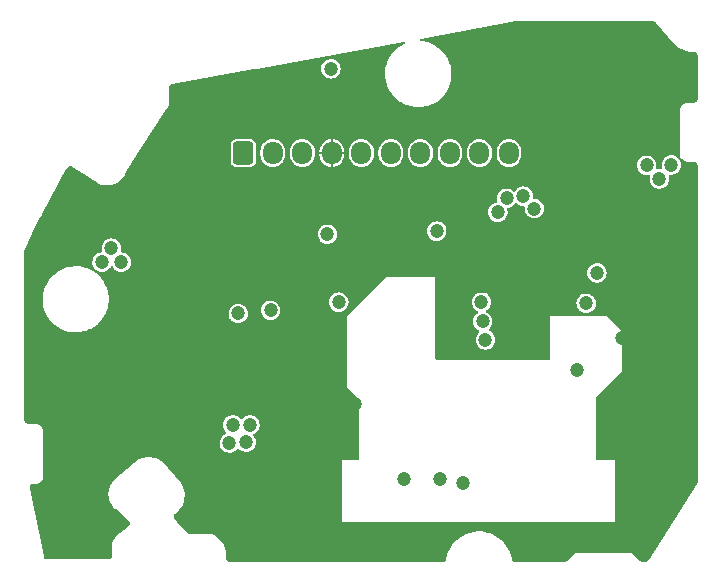
<source format=gbr>
%TF.GenerationSoftware,KiCad,Pcbnew,(6.0.6)*%
%TF.CreationDate,2023-05-08T04:55:46+09:00*%
%TF.ProjectId,128KB_64pin_Touch_L,3132384b-425f-4363-9470-696e5f546f75,rev?*%
%TF.SameCoordinates,Original*%
%TF.FileFunction,Copper,L3,Inr*%
%TF.FilePolarity,Positive*%
%FSLAX46Y46*%
G04 Gerber Fmt 4.6, Leading zero omitted, Abs format (unit mm)*
G04 Created by KiCad (PCBNEW (6.0.6)) date 2023-05-08 04:55:46*
%MOMM*%
%LPD*%
G01*
G04 APERTURE LIST*
G04 Aperture macros list*
%AMRoundRect*
0 Rectangle with rounded corners*
0 $1 Rounding radius*
0 $2 $3 $4 $5 $6 $7 $8 $9 X,Y pos of 4 corners*
0 Add a 4 corners polygon primitive as box body*
4,1,4,$2,$3,$4,$5,$6,$7,$8,$9,$2,$3,0*
0 Add four circle primitives for the rounded corners*
1,1,$1+$1,$2,$3*
1,1,$1+$1,$4,$5*
1,1,$1+$1,$6,$7*
1,1,$1+$1,$8,$9*
0 Add four rect primitives between the rounded corners*
20,1,$1+$1,$2,$3,$4,$5,0*
20,1,$1+$1,$4,$5,$6,$7,0*
20,1,$1+$1,$6,$7,$8,$9,0*
20,1,$1+$1,$8,$9,$2,$3,0*%
G04 Aperture macros list end*
%TA.AperFunction,ComponentPad*%
%ADD10RoundRect,0.250000X-0.600000X-0.725000X0.600000X-0.725000X0.600000X0.725000X-0.600000X0.725000X0*%
%TD*%
%TA.AperFunction,ComponentPad*%
%ADD11O,1.700000X1.950000*%
%TD*%
%TA.AperFunction,ViaPad*%
%ADD12C,1.200000*%
%TD*%
G04 APERTURE END LIST*
D10*
%TO.N,Net-(D1-Pad2)*%
%TO.C,J1*%
X136451000Y-84940000D03*
D11*
%TO.N,unconnected-(J1-Pad2)*%
X138951000Y-84940000D03*
%TO.N,unconnected-(J1-Pad3)*%
X141451000Y-84940000D03*
%TO.N,GND*%
X143951000Y-84940000D03*
%TO.N,Net-(J1-Pad5)*%
X146451000Y-84940000D03*
%TO.N,Net-(J1-Pad6)*%
X148951000Y-84940000D03*
%TO.N,Net-(J1-Pad7)*%
X151451000Y-84940000D03*
%TO.N,unconnected-(J1-Pad8)*%
X153951000Y-84940000D03*
%TO.N,Net-(D2-Pad2)*%
X156451000Y-84940000D03*
X158951000Y-84940000D03*
%TD*%
D12*
%TO.N,+5V*%
X156960000Y-100760000D03*
X156620000Y-97560000D03*
X135270000Y-109490000D03*
X136690000Y-109410000D03*
X137010000Y-107970000D03*
X135550000Y-107960000D03*
X156710000Y-99200000D03*
X144540000Y-97570000D03*
X152830000Y-91550000D03*
%TO.N,GND*%
X134460000Y-79300000D03*
X165200000Y-117530000D03*
X120680000Y-106620000D03*
X124970000Y-107420000D03*
X174090000Y-89520000D03*
X131540000Y-108180000D03*
X133080000Y-91990000D03*
X164610000Y-77900000D03*
X168540000Y-100640000D03*
X141740000Y-87120000D03*
X140110000Y-88350000D03*
X170650000Y-83370000D03*
X153900000Y-97670000D03*
X143860000Y-103230000D03*
X141610000Y-110020000D03*
X137440000Y-102720000D03*
X128090000Y-109010000D03*
X139660000Y-118240000D03*
X147290000Y-79180000D03*
X172080000Y-108180000D03*
X128010000Y-86270000D03*
X142180000Y-88710000D03*
X168650000Y-107780000D03*
X142290000Y-114420000D03*
X120840000Y-111560000D03*
X171360000Y-110410000D03*
X169020000Y-103960000D03*
X121350000Y-102400000D03*
X127840000Y-105190000D03*
X165050000Y-75860000D03*
X132110000Y-115970000D03*
X153070000Y-112560000D03*
X143380000Y-116310000D03*
X133680000Y-88860000D03*
X122300000Y-88010000D03*
X158240000Y-76700000D03*
X160870000Y-83730000D03*
X120570000Y-92890000D03*
X160190000Y-81980000D03*
X143740000Y-106140000D03*
X138380000Y-87010000D03*
X119120000Y-103060000D03*
X163320000Y-91880000D03*
X162860000Y-74510000D03*
X124110000Y-109410000D03*
X170240000Y-118010000D03*
X166610000Y-74870000D03*
X141270000Y-78340000D03*
X132230000Y-106080000D03*
X155290000Y-86420000D03*
X131700000Y-80450000D03*
X119990000Y-115670000D03*
X118880000Y-100060000D03*
X150030000Y-112500000D03*
X147050000Y-77190000D03*
X138090000Y-79020000D03*
X161320000Y-118260000D03*
X163340000Y-79650000D03*
X161080000Y-86420000D03*
X142500000Y-118270000D03*
X172850000Y-112270000D03*
X173850000Y-77300000D03*
X145930000Y-106210000D03*
X136470000Y-88200000D03*
X159710000Y-93650000D03*
X124270000Y-100620000D03*
X144040000Y-82570000D03*
X161470000Y-99510000D03*
X161390000Y-95660000D03*
X121720000Y-90870000D03*
X123420000Y-102900000D03*
X138070000Y-82780000D03*
X134260000Y-86340000D03*
X173930000Y-79690000D03*
X166760000Y-82170000D03*
X119200000Y-94590000D03*
X131210000Y-102460000D03*
X120420000Y-104760000D03*
X160440000Y-80130000D03*
X156290000Y-75740000D03*
X173400000Y-104120000D03*
X173750000Y-87530000D03*
X141230000Y-82680000D03*
X145500000Y-118240000D03*
X172610000Y-99540000D03*
X123120000Y-105240000D03*
X155450000Y-77660000D03*
X160750000Y-78250000D03*
X133960000Y-104180000D03*
X162940000Y-76540000D03*
X173650000Y-109850000D03*
X158620000Y-96930000D03*
X164720000Y-103310000D03*
X129490000Y-83560000D03*
X163240000Y-84750000D03*
X120710000Y-108930000D03*
X169990000Y-74990000D03*
X154110000Y-116900000D03*
X155070000Y-112890000D03*
X153750000Y-101190000D03*
X127210000Y-88470000D03*
X135630000Y-116760000D03*
X163530000Y-86780000D03*
X171010000Y-115390000D03*
X165890000Y-80210000D03*
X173920000Y-94440000D03*
X138550000Y-116310000D03*
X161360000Y-93860000D03*
X141070000Y-116280000D03*
X137750000Y-112200000D03*
X137190000Y-118400000D03*
X135370000Y-94260000D03*
X131730000Y-89300000D03*
X160150000Y-75390000D03*
X131690000Y-111490000D03*
%TO.N,+BATT*%
X126130000Y-94180000D03*
X124490000Y-94180000D03*
X125280000Y-92990000D03*
%TO.N,Net-(IC2-Pad61)*%
X161092655Y-89646586D03*
%TO.N,Net-(Q3-Pad3)*%
X170600000Y-85980000D03*
X172690000Y-85950000D03*
X171680000Y-87130000D03*
%TO.N,Net-(IC2-Pad60)*%
X160170366Y-88593975D03*
%TO.N,Net-(IC2-Pad59)*%
X158742709Y-88766990D03*
%TO.N,Net-(IC2-Pad58)*%
X157998964Y-89959936D03*
%TO.N,Net-(IC2-Pad5)*%
X138759500Y-98255553D03*
X166390000Y-95090000D03*
%TO.N,Net-(C5-Pad1)*%
X165485261Y-97661675D03*
X143580000Y-91810000D03*
%TO.N,Net-(D2-Pad1)*%
X143870000Y-77810000D03*
%TO.N,Net-(C2-Pad1)*%
X136031498Y-98526943D03*
%TD*%
%TA.AperFunction,Conductor*%
%TO.N,GND*%
G36*
X171141159Y-73783023D02*
G01*
X171152600Y-73785656D01*
X171163476Y-73783197D01*
X171164868Y-73783200D01*
X171178758Y-73784207D01*
X171223203Y-73790594D01*
X171250193Y-73798509D01*
X171301836Y-73822056D01*
X171325510Y-73837241D01*
X171359557Y-73866675D01*
X171369651Y-73876760D01*
X171369805Y-73876938D01*
X171375048Y-73886782D01*
X171385425Y-73894393D01*
X171401355Y-73909004D01*
X172958966Y-75687907D01*
X172963876Y-75693515D01*
X172976855Y-75712349D01*
X172981979Y-75722010D01*
X172982449Y-75722552D01*
X172986952Y-75725843D01*
X172991066Y-75729628D01*
X172990953Y-75729751D01*
X172995774Y-75733918D01*
X173146769Y-75887594D01*
X173328981Y-76032481D01*
X173527522Y-76154032D01*
X173530275Y-76155284D01*
X173530278Y-76155286D01*
X173572363Y-76174431D01*
X173739421Y-76250428D01*
X173742312Y-76251337D01*
X173742313Y-76251337D01*
X173958609Y-76319317D01*
X173958612Y-76319318D01*
X173961505Y-76320227D01*
X174066876Y-76339629D01*
X174187472Y-76361835D01*
X174187480Y-76361836D01*
X174190451Y-76362383D01*
X174404548Y-76375174D01*
X174411064Y-76376113D01*
X174411086Y-76375923D01*
X174416651Y-76376555D01*
X174422116Y-76377813D01*
X174422834Y-76377813D01*
X174434334Y-76375171D01*
X174456501Y-76372657D01*
X174586496Y-76372657D01*
X174608685Y-76375176D01*
X174620151Y-76377813D01*
X174630738Y-76375418D01*
X174645211Y-76376570D01*
X174697582Y-76384866D01*
X174727036Y-76394436D01*
X174782594Y-76422744D01*
X174807650Y-76440948D01*
X174828123Y-76461420D01*
X174851743Y-76485039D01*
X174869946Y-76510089D01*
X174898260Y-76565652D01*
X174907831Y-76595104D01*
X174916135Y-76647509D01*
X174917227Y-76661524D01*
X174914861Y-76671816D01*
X174917574Y-76683799D01*
X174920017Y-76705658D01*
X174920017Y-80338153D01*
X174917501Y-80360331D01*
X174914861Y-80371816D01*
X174917258Y-80382403D01*
X174916107Y-80396876D01*
X174907817Y-80449244D01*
X174898248Y-80478704D01*
X174869943Y-80534265D01*
X174851738Y-80559325D01*
X174807654Y-80603415D01*
X174782594Y-80621624D01*
X174727039Y-80649933D01*
X174697584Y-80659505D01*
X174645382Y-80667776D01*
X174631215Y-80668879D01*
X174620869Y-80666501D01*
X174609995Y-80668962D01*
X174609994Y-80668962D01*
X174608877Y-80669215D01*
X174587024Y-80671657D01*
X174154802Y-80671657D01*
X174132445Y-80669099D01*
X174121242Y-80666502D01*
X174120524Y-80666501D01*
X174115077Y-80667743D01*
X174115072Y-80667744D01*
X174112522Y-80668326D01*
X174100210Y-80670328D01*
X174055961Y-80674685D01*
X173983209Y-80681847D01*
X173978556Y-80683258D01*
X173978552Y-80683259D01*
X173855831Y-80720480D01*
X173855828Y-80720481D01*
X173851170Y-80721894D01*
X173846874Y-80724190D01*
X173799164Y-80749689D01*
X173729481Y-80786931D01*
X173622817Y-80874457D01*
X173619730Y-80878218D01*
X173619729Y-80878219D01*
X173600519Y-80901624D01*
X173535278Y-80981111D01*
X173532987Y-80985397D01*
X173532984Y-80985401D01*
X173472518Y-81098506D01*
X173470227Y-81102792D01*
X173430164Y-81234827D01*
X173429687Y-81239670D01*
X173429686Y-81239673D01*
X173418688Y-81351245D01*
X173416606Y-81363900D01*
X173414862Y-81371421D01*
X173414861Y-81372139D01*
X173417540Y-81383887D01*
X173420017Y-81405896D01*
X173420017Y-84937862D01*
X173417458Y-84960226D01*
X173414862Y-84971421D01*
X173414861Y-84972139D01*
X173416627Y-84979887D01*
X173418627Y-84992187D01*
X173430168Y-85109465D01*
X173431578Y-85114113D01*
X173431578Y-85114115D01*
X173434851Y-85124907D01*
X173470216Y-85241514D01*
X173535257Y-85363212D01*
X173622793Y-85469881D01*
X173729458Y-85557422D01*
X173733749Y-85559715D01*
X173733748Y-85559715D01*
X173846869Y-85620181D01*
X173846872Y-85620182D01*
X173851152Y-85622470D01*
X173983200Y-85662524D01*
X174039174Y-85668035D01*
X174099637Y-85673989D01*
X174112289Y-85676070D01*
X174113741Y-85676406D01*
X174119806Y-85677812D01*
X174120524Y-85677813D01*
X174128164Y-85676070D01*
X174132255Y-85675137D01*
X174154274Y-85672657D01*
X174586496Y-85672657D01*
X174608685Y-85675176D01*
X174620151Y-85677813D01*
X174630738Y-85675418D01*
X174645211Y-85676570D01*
X174697582Y-85684866D01*
X174727036Y-85694436D01*
X174743412Y-85702780D01*
X174782594Y-85722744D01*
X174807650Y-85740948D01*
X174817072Y-85750369D01*
X174851743Y-85785039D01*
X174869946Y-85810089D01*
X174898260Y-85865652D01*
X174907831Y-85895103D01*
X174915263Y-85942003D01*
X174916135Y-85947509D01*
X174917227Y-85961524D01*
X174914861Y-85971816D01*
X174917574Y-85983799D01*
X174920017Y-86005658D01*
X174920017Y-112758186D01*
X174917505Y-112780342D01*
X174914861Y-112791857D01*
X174917325Y-112802732D01*
X174917308Y-112813877D01*
X174916347Y-112813876D01*
X174916978Y-112823774D01*
X174915958Y-112834369D01*
X174915421Y-112839942D01*
X174911785Y-112858618D01*
X174900863Y-112895418D01*
X174893716Y-112913065D01*
X174886458Y-112926968D01*
X174880632Y-112934788D01*
X174881519Y-112935368D01*
X174875415Y-112944703D01*
X174867393Y-112952441D01*
X174862551Y-112965510D01*
X174853251Y-112984248D01*
X171959213Y-117533605D01*
X170771959Y-119399939D01*
X170757696Y-119417509D01*
X170757655Y-119417572D01*
X170749680Y-119425362D01*
X170745872Y-119435839D01*
X170743175Y-119440020D01*
X170735951Y-119449836D01*
X170715467Y-119474347D01*
X170713955Y-119476156D01*
X170695887Y-119492976D01*
X170657695Y-119520511D01*
X170655546Y-119522060D01*
X170633880Y-119533886D01*
X170598469Y-119547810D01*
X170587596Y-119552085D01*
X170563678Y-119558183D01*
X170545465Y-119560465D01*
X170528860Y-119562545D01*
X170516346Y-119563313D01*
X170513214Y-119563306D01*
X170502349Y-119560804D01*
X170490330Y-119563519D01*
X170490295Y-119563527D01*
X170468481Y-119565960D01*
X170290924Y-119565960D01*
X170268740Y-119563442D01*
X170268179Y-119563313D01*
X170257267Y-119560804D01*
X170246391Y-119563265D01*
X170242700Y-119563259D01*
X170229955Y-119562412D01*
X170197286Y-119558112D01*
X170192318Y-119557458D01*
X170167353Y-119550768D01*
X170119209Y-119530825D01*
X170096828Y-119517904D01*
X170066710Y-119494793D01*
X170066397Y-119494552D01*
X170056541Y-119485893D01*
X170054956Y-119484302D01*
X170049040Y-119474852D01*
X170038636Y-119468287D01*
X170021463Y-119454566D01*
X169562370Y-118995473D01*
X169548373Y-118977860D01*
X169545257Y-118972864D01*
X169545254Y-118972861D01*
X169542282Y-118968095D01*
X169541775Y-118967587D01*
X169535266Y-118963497D01*
X169525149Y-118956210D01*
X169433865Y-118881299D01*
X169312172Y-118816256D01*
X169180129Y-118776202D01*
X169063690Y-118764733D01*
X169051042Y-118762653D01*
X169043528Y-118760911D01*
X169042810Y-118760910D01*
X169037361Y-118762153D01*
X169037360Y-118762153D01*
X169031074Y-118763587D01*
X169009057Y-118766066D01*
X164891091Y-118766066D01*
X164868734Y-118763508D01*
X164862998Y-118762178D01*
X164862989Y-118762177D01*
X164857528Y-118760911D01*
X164856810Y-118760910D01*
X164849155Y-118762656D01*
X164836862Y-118764657D01*
X164719492Y-118776214D01*
X164714836Y-118777626D01*
X164714832Y-118777627D01*
X164592107Y-118814851D01*
X164592105Y-118814852D01*
X164587449Y-118816264D01*
X164583156Y-118818558D01*
X164583157Y-118818558D01*
X164470057Y-118879006D01*
X164465757Y-118881304D01*
X164462000Y-118884387D01*
X164461997Y-118884389D01*
X164375314Y-118955521D01*
X164364900Y-118962993D01*
X164358350Y-118967077D01*
X164357842Y-118967584D01*
X164354877Y-118972300D01*
X164354876Y-118972302D01*
X164351434Y-118977778D01*
X164337622Y-118995095D01*
X163878523Y-119454194D01*
X163861064Y-119468095D01*
X163851079Y-119474347D01*
X163845131Y-119483774D01*
X163842520Y-119486377D01*
X163832908Y-119494793D01*
X163802793Y-119517904D01*
X163802786Y-119517909D01*
X163780401Y-119530833D01*
X163732257Y-119550776D01*
X163707294Y-119557466D01*
X163669366Y-119562460D01*
X163656268Y-119563307D01*
X163653926Y-119563303D01*
X163643060Y-119560804D01*
X163631060Y-119563519D01*
X163609213Y-119565960D01*
X159533428Y-119565960D01*
X159517216Y-119564624D01*
X159507409Y-119562996D01*
X159496415Y-119561171D01*
X159485717Y-119564294D01*
X159484212Y-119564384D01*
X159470352Y-119564242D01*
X159425300Y-119560614D01*
X159397987Y-119554441D01*
X159360590Y-119540187D01*
X159344573Y-119534082D01*
X159320089Y-119520514D01*
X159274506Y-119486010D01*
X159254798Y-119466126D01*
X159220704Y-119420246D01*
X159207350Y-119395638D01*
X159194781Y-119361765D01*
X159192243Y-119349279D01*
X159191942Y-119349363D01*
X159189567Y-119340839D01*
X159189677Y-119339213D01*
X159189563Y-119338504D01*
X159187933Y-119334472D01*
X159187542Y-119332691D01*
X159187600Y-119328057D01*
X159186457Y-119325604D01*
X159186548Y-119323468D01*
X159185563Y-119323684D01*
X159173910Y-119270647D01*
X159120945Y-119029583D01*
X159120047Y-119026951D01*
X159019651Y-118732775D01*
X159019649Y-118732770D01*
X159018749Y-118730133D01*
X158945932Y-118576056D01*
X158884740Y-118446579D01*
X158883551Y-118444063D01*
X158717063Y-118174998D01*
X158597183Y-118022655D01*
X158523116Y-117928532D01*
X158521395Y-117926345D01*
X158507700Y-117912482D01*
X158300989Y-117703244D01*
X158299024Y-117701255D01*
X158296844Y-117699496D01*
X158054941Y-117504330D01*
X158054937Y-117504327D01*
X158052769Y-117502578D01*
X157785747Y-117332832D01*
X157783254Y-117331617D01*
X157783246Y-117331612D01*
X157503852Y-117195389D01*
X157503848Y-117195387D01*
X157501343Y-117194166D01*
X157498716Y-117193234D01*
X157498712Y-117193232D01*
X157300458Y-117122870D01*
X157203157Y-117088337D01*
X157200445Y-117087707D01*
X157200440Y-117087705D01*
X156897680Y-117017315D01*
X156897675Y-117017314D01*
X156894969Y-117016685D01*
X156580680Y-116980119D01*
X156577890Y-116980110D01*
X156577889Y-116980110D01*
X156267075Y-116979111D01*
X156264273Y-116979102D01*
X155949756Y-117013646D01*
X155641113Y-117083313D01*
X155342253Y-117187222D01*
X155056962Y-117324056D01*
X154788855Y-117492081D01*
X154541326Y-117689170D01*
X154498123Y-117732343D01*
X154320050Y-117910291D01*
X154317513Y-117912826D01*
X154315779Y-117915001D01*
X154315776Y-117915004D01*
X154121985Y-118158037D01*
X154121979Y-118158045D01*
X154120249Y-118160215D01*
X153952034Y-118428204D01*
X153814999Y-118713398D01*
X153710879Y-119012184D01*
X153710263Y-119014905D01*
X153642270Y-119315143D01*
X153642136Y-119315664D01*
X153640419Y-119319782D01*
X153640424Y-119319870D01*
X153640391Y-119319949D01*
X153640271Y-119320657D01*
X153640575Y-119325910D01*
X153636087Y-119350292D01*
X153629569Y-119370704D01*
X153624217Y-119387462D01*
X153612206Y-119412372D01*
X153581188Y-119458759D01*
X153562750Y-119479380D01*
X153520109Y-119515374D01*
X153496693Y-119530086D01*
X153451149Y-119550468D01*
X153445762Y-119552879D01*
X153419187Y-119560539D01*
X153375734Y-119566685D01*
X153361729Y-119567661D01*
X153361329Y-119567660D01*
X153350462Y-119565165D01*
X153339586Y-119567630D01*
X153338517Y-119567872D01*
X153316635Y-119570321D01*
X135343200Y-119570321D01*
X135321009Y-119567802D01*
X135320409Y-119567664D01*
X135309544Y-119565165D01*
X135298956Y-119567560D01*
X135284480Y-119566407D01*
X135259264Y-119562412D01*
X135232121Y-119558112D01*
X135202666Y-119548540D01*
X135147114Y-119520233D01*
X135122057Y-119502029D01*
X135077968Y-119457940D01*
X135059763Y-119432882D01*
X135049472Y-119412684D01*
X135046261Y-119406383D01*
X135031460Y-119377335D01*
X135021889Y-119347881D01*
X135013556Y-119295285D01*
X135012476Y-119281414D01*
X135014831Y-119271171D01*
X135012117Y-119259178D01*
X135009675Y-119237326D01*
X135009675Y-118905105D01*
X135012233Y-118882748D01*
X135013563Y-118877012D01*
X135013564Y-118877003D01*
X135014830Y-118871542D01*
X135014831Y-118870824D01*
X135013691Y-118865828D01*
X135013572Y-118864524D01*
X135011746Y-118838976D01*
X134996673Y-118628197D01*
X134944970Y-118390510D01*
X134859966Y-118162600D01*
X134743391Y-117949107D01*
X134597619Y-117754378D01*
X134425618Y-117582378D01*
X134230889Y-117436607D01*
X134017396Y-117320033D01*
X134014083Y-117318797D01*
X134014080Y-117318796D01*
X133943303Y-117292398D01*
X133789486Y-117235029D01*
X133551798Y-117183326D01*
X133352460Y-117169072D01*
X133317173Y-117166549D01*
X133314971Y-117166344D01*
X133309890Y-117165166D01*
X133309172Y-117165165D01*
X133297433Y-117167843D01*
X133275423Y-117170321D01*
X131916926Y-117170321D01*
X131894916Y-117167843D01*
X131883177Y-117165165D01*
X131872306Y-117167645D01*
X131870816Y-117167645D01*
X131856979Y-117166673D01*
X131811604Y-117160268D01*
X131784702Y-117152469D01*
X131732041Y-117128692D01*
X131708399Y-117113670D01*
X131673533Y-117083823D01*
X131663428Y-117073829D01*
X131663183Y-117073549D01*
X131657890Y-117063740D01*
X131648558Y-117056973D01*
X131631972Y-117041792D01*
X130847735Y-116140000D01*
X144820000Y-116140000D01*
X167960000Y-116140000D01*
X167960000Y-110920000D01*
X166419000Y-110920000D01*
X166360809Y-110901093D01*
X166324845Y-110851593D01*
X166320000Y-110821000D01*
X166320000Y-105651008D01*
X166338907Y-105592817D01*
X166348996Y-105581004D01*
X168480000Y-103450000D01*
X168480000Y-99970000D01*
X167230000Y-98720000D01*
X162450000Y-98720000D01*
X162450000Y-102331000D01*
X162431093Y-102389191D01*
X162381593Y-102425155D01*
X162351000Y-102430000D01*
X152809000Y-102430000D01*
X152750809Y-102411093D01*
X152714845Y-102361593D01*
X152710000Y-102331000D01*
X152710000Y-97548472D01*
X155794388Y-97548472D01*
X155799062Y-97596136D01*
X155811811Y-97726169D01*
X155811812Y-97726174D01*
X155812351Y-97731671D01*
X155870455Y-97906338D01*
X155873320Y-97911069D01*
X155873322Y-97911073D01*
X155935698Y-98014066D01*
X155965813Y-98063792D01*
X155969655Y-98067771D01*
X155969657Y-98067773D01*
X155979314Y-98077773D01*
X156093684Y-98196207D01*
X156247714Y-98297001D01*
X156284401Y-98310645D01*
X156332350Y-98348649D01*
X156348804Y-98407581D01*
X156327477Y-98464929D01*
X156301766Y-98487756D01*
X156201653Y-98549346D01*
X156070135Y-98678138D01*
X155970418Y-98832868D01*
X155907460Y-99005845D01*
X155884388Y-99188472D01*
X155889825Y-99243921D01*
X155901811Y-99366169D01*
X155901812Y-99366174D01*
X155902351Y-99371671D01*
X155960455Y-99546338D01*
X155963320Y-99551069D01*
X155963322Y-99551073D01*
X156040576Y-99678633D01*
X156055813Y-99703792D01*
X156183684Y-99836207D01*
X156337714Y-99937001D01*
X156377451Y-99951779D01*
X156401630Y-99960771D01*
X156449580Y-99998776D01*
X156466034Y-100057708D01*
X156444706Y-100115056D01*
X156436391Y-100124292D01*
X156320135Y-100238138D01*
X156220418Y-100392868D01*
X156157460Y-100565845D01*
X156134388Y-100748472D01*
X156135824Y-100763116D01*
X156151811Y-100926169D01*
X156151812Y-100926174D01*
X156152351Y-100931671D01*
X156210455Y-101106338D01*
X156213320Y-101111069D01*
X156213322Y-101111073D01*
X156229280Y-101137422D01*
X156305813Y-101263792D01*
X156433684Y-101396207D01*
X156587714Y-101497001D01*
X156760247Y-101561165D01*
X156765731Y-101561897D01*
X156765732Y-101561897D01*
X156937222Y-101584779D01*
X156942708Y-101585511D01*
X156948213Y-101585010D01*
X156948216Y-101585010D01*
X157022487Y-101578250D01*
X157126028Y-101568827D01*
X157131286Y-101567119D01*
X157131289Y-101567118D01*
X157295832Y-101513655D01*
X157295834Y-101513654D01*
X157301097Y-101511944D01*
X157305853Y-101509109D01*
X157305855Y-101509108D01*
X157454462Y-101420520D01*
X157459213Y-101417688D01*
X157592517Y-101290745D01*
X157607780Y-101267773D01*
X157691321Y-101142032D01*
X157694384Y-101137422D01*
X157759751Y-100965341D01*
X157765257Y-100926169D01*
X157784937Y-100786136D01*
X157785370Y-100783055D01*
X157785692Y-100760000D01*
X157765173Y-100577069D01*
X157704636Y-100403230D01*
X157607089Y-100247123D01*
X157487397Y-100126592D01*
X157481282Y-100120434D01*
X157481280Y-100120433D01*
X157477382Y-100116507D01*
X157321960Y-100017873D01*
X157269065Y-99999038D01*
X157220588Y-99961705D01*
X157203314Y-99903009D01*
X157223839Y-99845369D01*
X157234003Y-99834081D01*
X157249116Y-99819689D01*
X157342517Y-99730745D01*
X157357780Y-99707773D01*
X157441321Y-99582032D01*
X157444384Y-99577422D01*
X157509751Y-99405341D01*
X157515257Y-99366169D01*
X157534937Y-99226136D01*
X157535370Y-99223055D01*
X157535692Y-99200000D01*
X157515173Y-99017069D01*
X157454636Y-98843230D01*
X157399260Y-98754611D01*
X157360021Y-98691815D01*
X157360021Y-98691814D01*
X157357089Y-98687123D01*
X157227382Y-98556507D01*
X157071960Y-98457873D01*
X157047496Y-98449162D01*
X156999020Y-98411829D01*
X156981745Y-98353133D01*
X157002270Y-98295493D01*
X157030014Y-98270861D01*
X157050467Y-98258669D01*
X157119213Y-98217688D01*
X157252517Y-98090745D01*
X157263781Y-98073792D01*
X157347740Y-97947422D01*
X157354384Y-97937422D01*
X157419751Y-97765341D01*
X157422341Y-97746918D01*
X157435941Y-97650147D01*
X164659649Y-97650147D01*
X164661085Y-97664791D01*
X164677072Y-97827844D01*
X164677073Y-97827849D01*
X164677612Y-97833346D01*
X164735716Y-98008013D01*
X164738581Y-98012744D01*
X164738583Y-98012748D01*
X164824616Y-98154803D01*
X164831074Y-98165467D01*
X164834916Y-98169446D01*
X164834918Y-98169448D01*
X164869202Y-98204950D01*
X164958945Y-98297882D01*
X165112975Y-98398676D01*
X165285508Y-98462840D01*
X165290992Y-98463572D01*
X165290993Y-98463572D01*
X165396149Y-98477603D01*
X165467969Y-98487186D01*
X165473474Y-98486685D01*
X165473477Y-98486685D01*
X165547748Y-98479925D01*
X165651289Y-98470502D01*
X165656547Y-98468794D01*
X165656550Y-98468793D01*
X165821093Y-98415330D01*
X165821095Y-98415329D01*
X165826358Y-98413619D01*
X165831114Y-98410784D01*
X165831116Y-98410783D01*
X165979723Y-98322195D01*
X165984474Y-98319363D01*
X166117778Y-98192420D01*
X166122220Y-98185735D01*
X166216582Y-98043707D01*
X166219645Y-98039097D01*
X166285012Y-97867016D01*
X166290518Y-97827844D01*
X166310198Y-97687811D01*
X166310631Y-97684730D01*
X166310953Y-97661675D01*
X166290434Y-97478744D01*
X166229897Y-97304905D01*
X166159888Y-97192868D01*
X166135282Y-97153490D01*
X166135282Y-97153489D01*
X166132350Y-97148798D01*
X166031383Y-97047123D01*
X166006543Y-97022109D01*
X166006541Y-97022108D01*
X166002643Y-97018182D01*
X165847221Y-96919548D01*
X165833233Y-96914567D01*
X165679021Y-96859655D01*
X165679019Y-96859655D01*
X165673808Y-96857799D01*
X165647543Y-96854667D01*
X165496521Y-96836658D01*
X165496518Y-96836658D01*
X165491025Y-96836003D01*
X165307956Y-96855245D01*
X165220827Y-96884906D01*
X165138940Y-96912782D01*
X165138936Y-96912784D01*
X165133698Y-96914567D01*
X165128988Y-96917465D01*
X165128983Y-96917467D01*
X165000680Y-96996400D01*
X164976914Y-97011021D01*
X164972965Y-97014888D01*
X164972964Y-97014889D01*
X164934261Y-97052790D01*
X164845396Y-97139813D01*
X164745679Y-97294543D01*
X164682721Y-97467520D01*
X164659649Y-97650147D01*
X157435941Y-97650147D01*
X157444937Y-97586136D01*
X157445370Y-97583055D01*
X157445692Y-97560000D01*
X157425173Y-97377069D01*
X157364636Y-97203230D01*
X157267089Y-97047123D01*
X157151212Y-96930434D01*
X157141282Y-96920434D01*
X157141280Y-96920433D01*
X157137382Y-96916507D01*
X156981960Y-96817873D01*
X156836631Y-96766124D01*
X156813760Y-96757980D01*
X156813758Y-96757980D01*
X156808547Y-96756124D01*
X156782282Y-96752992D01*
X156631260Y-96734983D01*
X156631257Y-96734983D01*
X156625764Y-96734328D01*
X156442695Y-96753570D01*
X156400366Y-96767980D01*
X156273679Y-96811107D01*
X156273675Y-96811109D01*
X156268437Y-96812892D01*
X156263727Y-96815790D01*
X156263722Y-96815792D01*
X156116362Y-96906449D01*
X156111653Y-96909346D01*
X156107704Y-96913213D01*
X156107703Y-96913214D01*
X156094129Y-96926507D01*
X155980135Y-97038138D01*
X155880418Y-97192868D01*
X155817460Y-97365845D01*
X155794388Y-97548472D01*
X152710000Y-97548472D01*
X152710000Y-95440000D01*
X148570000Y-95440000D01*
X145230000Y-98780000D01*
X145230000Y-104720000D01*
X146261004Y-105751004D01*
X146288781Y-105805521D01*
X146290000Y-105821008D01*
X146290000Y-110831000D01*
X146271093Y-110889191D01*
X146221593Y-110925155D01*
X146191000Y-110930000D01*
X144820000Y-110930000D01*
X144820000Y-116140000D01*
X130847735Y-116140000D01*
X130689418Y-115957952D01*
X130683838Y-115950915D01*
X130671518Y-115933841D01*
X130671517Y-115933840D01*
X130664993Y-115924798D01*
X130655454Y-115919621D01*
X130645334Y-115909219D01*
X130611042Y-115868004D01*
X130595201Y-115841389D01*
X130571869Y-115782944D01*
X130565026Y-115752735D01*
X130560896Y-115689932D01*
X130563723Y-115659094D01*
X130579202Y-115598084D01*
X130591420Y-115569630D01*
X130619974Y-115524352D01*
X130628441Y-115513028D01*
X130637029Y-115506831D01*
X130641176Y-115499189D01*
X130644608Y-115495772D01*
X130812931Y-115349048D01*
X130814231Y-115347915D01*
X130832982Y-115335038D01*
X130842808Y-115329840D01*
X130843351Y-115329371D01*
X130846287Y-115325361D01*
X130846855Y-115324772D01*
X130937165Y-115234899D01*
X131027913Y-115144589D01*
X131029961Y-115141899D01*
X131029966Y-115141893D01*
X131184021Y-114939521D01*
X131186071Y-114936828D01*
X131314337Y-114709394D01*
X131344939Y-114631959D01*
X131409054Y-114469717D01*
X131409056Y-114469712D01*
X131410302Y-114466558D01*
X131472164Y-114212882D01*
X131498760Y-113953130D01*
X131489591Y-113692180D01*
X131465827Y-113555609D01*
X131445411Y-113438279D01*
X131445410Y-113438275D01*
X131444829Y-113434936D01*
X131365316Y-113186227D01*
X131361303Y-113177847D01*
X131254011Y-112953790D01*
X131254009Y-112953787D01*
X131252543Y-112950725D01*
X131220697Y-112902513D01*
X131110501Y-112735685D01*
X131110496Y-112735679D01*
X131108631Y-112732855D01*
X131106399Y-112730315D01*
X131106390Y-112730303D01*
X130940021Y-112540962D01*
X130939826Y-112540729D01*
X130937293Y-112536705D01*
X130936784Y-112536199D01*
X130932048Y-112533249D01*
X130927665Y-112529778D01*
X130928230Y-112529064D01*
X130913731Y-112516707D01*
X130701747Y-112273026D01*
X130111202Y-111594182D01*
X129915834Y-111369602D01*
X129903042Y-111350964D01*
X129900371Y-111345922D01*
X129897733Y-111340941D01*
X129897263Y-111340399D01*
X129892768Y-111337111D01*
X129892205Y-111336592D01*
X129888896Y-111333401D01*
X129723501Y-111166323D01*
X129723499Y-111166321D01*
X129721219Y-111164018D01*
X129718661Y-111162034D01*
X129718657Y-111162031D01*
X129526898Y-111013341D01*
X129526895Y-111013339D01*
X129524339Y-111011357D01*
X129309216Y-110885701D01*
X129079533Y-110789198D01*
X128839218Y-110723501D01*
X128715801Y-110706617D01*
X128595605Y-110690173D01*
X128595597Y-110690172D01*
X128592385Y-110689733D01*
X128458476Y-110689055D01*
X128346488Y-110688488D01*
X128346482Y-110688488D01*
X128343255Y-110688472D01*
X128340047Y-110688878D01*
X128340044Y-110688878D01*
X128165168Y-110711001D01*
X128096092Y-110719739D01*
X128092970Y-110720559D01*
X128092963Y-110720560D01*
X127858266Y-110782176D01*
X127858261Y-110782178D01*
X127855125Y-110783001D01*
X127852119Y-110784228D01*
X127852120Y-110784228D01*
X127627478Y-110875947D01*
X127627474Y-110875949D01*
X127624476Y-110877173D01*
X127408093Y-111000646D01*
X127393987Y-111011357D01*
X127220034Y-111143441D01*
X127216089Y-111146286D01*
X127214463Y-111147399D01*
X127209513Y-111150021D01*
X127208970Y-111150491D01*
X127205666Y-111155007D01*
X127201802Y-111160288D01*
X127186851Y-111176550D01*
X125486291Y-112654744D01*
X125479444Y-112660184D01*
X125457617Y-112676005D01*
X125453078Y-112679295D01*
X125452606Y-112679836D01*
X125450265Y-112684210D01*
X125450061Y-112684492D01*
X125307247Y-112874511D01*
X125305549Y-112877606D01*
X125305548Y-112877607D01*
X125196436Y-113076453D01*
X125190397Y-113087458D01*
X125189157Y-113090759D01*
X125189156Y-113090762D01*
X125131974Y-113243037D01*
X125105005Y-113314853D01*
X125104247Y-113318297D01*
X125104246Y-113318301D01*
X125079292Y-113431705D01*
X125052805Y-113552078D01*
X125034859Y-113794315D01*
X125051530Y-114036642D01*
X125102480Y-114274138D01*
X125186674Y-114501980D01*
X125188360Y-114505091D01*
X125300676Y-114712353D01*
X125302402Y-114715539D01*
X125304510Y-114718375D01*
X125304514Y-114718381D01*
X125412267Y-114863333D01*
X125447313Y-114910478D01*
X125449799Y-114912982D01*
X125449802Y-114912985D01*
X125612744Y-115077075D01*
X125614334Y-115078747D01*
X125617389Y-115082978D01*
X125617929Y-115083451D01*
X125628800Y-115089296D01*
X125646865Y-115101773D01*
X126727588Y-116041200D01*
X126742864Y-116057909D01*
X126742948Y-116058025D01*
X126742950Y-116058027D01*
X126749482Y-116067061D01*
X126759027Y-116072229D01*
X126769161Y-116082624D01*
X126803373Y-116123659D01*
X126819242Y-116150260D01*
X126842563Y-116208512D01*
X126849435Y-116238717D01*
X126853612Y-116301326D01*
X126850814Y-116332173D01*
X126835439Y-116393010D01*
X126823244Y-116421486D01*
X126794484Y-116467183D01*
X126786310Y-116478134D01*
X126777868Y-116484237D01*
X126773811Y-116491730D01*
X126770547Y-116494978D01*
X125628488Y-117488196D01*
X125610868Y-117500439D01*
X125604264Y-117504035D01*
X125604262Y-117504036D01*
X125599352Y-117506710D01*
X125598814Y-117507186D01*
X125595555Y-117511750D01*
X125595553Y-117511752D01*
X125591951Y-117516796D01*
X125583153Y-117527455D01*
X125518870Y-117595099D01*
X125452799Y-117693563D01*
X125451087Y-117697376D01*
X125451084Y-117697381D01*
X125431748Y-117740441D01*
X125404224Y-117801735D01*
X125374528Y-117916533D01*
X125374176Y-117920704D01*
X125366754Y-118008649D01*
X125364553Y-118022655D01*
X125363196Y-118028514D01*
X125363195Y-118028521D01*
X125361933Y-118033973D01*
X125361932Y-118034691D01*
X125363177Y-118040142D01*
X125364603Y-118046386D01*
X125367088Y-118068429D01*
X125367088Y-118987609D01*
X125364570Y-119009795D01*
X125361932Y-119021262D01*
X125364327Y-119031849D01*
X125363174Y-119046322D01*
X125354878Y-119098679D01*
X125345307Y-119128131D01*
X125317000Y-119183678D01*
X125298798Y-119208730D01*
X125254708Y-119252815D01*
X125229653Y-119271016D01*
X125174110Y-119299314D01*
X125144654Y-119308884D01*
X125091797Y-119317255D01*
X125078127Y-119318319D01*
X125067952Y-119315979D01*
X125055951Y-119318694D01*
X125034106Y-119321135D01*
X120706877Y-119321135D01*
X120704037Y-119321094D01*
X119691866Y-119292045D01*
X119634244Y-119271477D01*
X119614463Y-119251066D01*
X119584786Y-119209986D01*
X119572099Y-119186118D01*
X119557353Y-119145921D01*
X119553533Y-119132749D01*
X119553351Y-119131908D01*
X119553478Y-119120763D01*
X119548759Y-119110665D01*
X119548592Y-119109891D01*
X119541773Y-119089292D01*
X118364489Y-113348179D01*
X118362485Y-113326660D01*
X118362514Y-113324936D01*
X118362513Y-113324931D01*
X118362697Y-113313787D01*
X118358028Y-113303661D01*
X118357959Y-113303335D01*
X118356014Y-113288963D01*
X118353069Y-113240886D01*
X118355616Y-113211736D01*
X118369378Y-113154392D01*
X118380336Y-113127261D01*
X118390517Y-113109972D01*
X118410259Y-113076448D01*
X118428668Y-113053709D01*
X118472141Y-113013863D01*
X118496400Y-112997496D01*
X118549620Y-112972102D01*
X118577604Y-112963542D01*
X118625286Y-112956408D01*
X118639517Y-112955360D01*
X118650192Y-112957813D01*
X118661064Y-112955351D01*
X118661065Y-112955351D01*
X118662163Y-112955102D01*
X118684029Y-112952657D01*
X118776240Y-112952657D01*
X118798591Y-112955213D01*
X118809806Y-112957812D01*
X118810524Y-112957813D01*
X118815976Y-112956569D01*
X118815977Y-112956569D01*
X118817599Y-112956199D01*
X118829909Y-112954197D01*
X118943015Y-112943053D01*
X118943018Y-112943052D01*
X118947853Y-112942576D01*
X118952501Y-112941166D01*
X118952505Y-112941165D01*
X119075248Y-112903926D01*
X119075252Y-112903924D01*
X119079904Y-112902513D01*
X119084191Y-112900221D01*
X119084194Y-112900220D01*
X119197310Y-112839750D01*
X119197311Y-112839749D01*
X119201601Y-112837456D01*
X119308267Y-112749908D01*
X119322261Y-112732855D01*
X119392719Y-112646989D01*
X119395803Y-112643231D01*
X119460845Y-112521526D01*
X119500893Y-112389471D01*
X119512352Y-112273020D01*
X119514432Y-112260368D01*
X119514907Y-112258318D01*
X119514907Y-112258314D01*
X119516172Y-112252857D01*
X119516173Y-112252139D01*
X119513498Y-112240417D01*
X119511017Y-112218391D01*
X119511017Y-109478472D01*
X134444388Y-109478472D01*
X134444928Y-109483975D01*
X134461811Y-109656169D01*
X134461812Y-109656174D01*
X134462351Y-109661671D01*
X134520455Y-109836338D01*
X134523320Y-109841069D01*
X134523322Y-109841073D01*
X134581784Y-109937604D01*
X134615813Y-109993792D01*
X134743684Y-110126207D01*
X134897714Y-110227001D01*
X135070247Y-110291165D01*
X135075731Y-110291897D01*
X135075732Y-110291897D01*
X135247222Y-110314779D01*
X135252708Y-110315511D01*
X135258213Y-110315010D01*
X135258216Y-110315010D01*
X135332487Y-110308250D01*
X135436028Y-110298827D01*
X135441286Y-110297119D01*
X135441289Y-110297118D01*
X135605832Y-110243655D01*
X135605834Y-110243654D01*
X135611097Y-110241944D01*
X135615853Y-110239109D01*
X135615855Y-110239108D01*
X135764462Y-110150520D01*
X135769213Y-110147688D01*
X135902517Y-110020745D01*
X135917780Y-109997773D01*
X135930803Y-109978171D01*
X135978753Y-109940166D01*
X136039885Y-109937604D01*
X136084477Y-109964186D01*
X136116912Y-109997773D01*
X136163684Y-110046207D01*
X136317714Y-110147001D01*
X136490247Y-110211165D01*
X136495731Y-110211897D01*
X136495732Y-110211897D01*
X136623379Y-110228929D01*
X136672708Y-110235511D01*
X136678213Y-110235010D01*
X136678216Y-110235010D01*
X136752487Y-110228250D01*
X136856028Y-110218827D01*
X136861286Y-110217119D01*
X136861289Y-110217118D01*
X137025832Y-110163655D01*
X137025834Y-110163654D01*
X137031097Y-110161944D01*
X137035853Y-110159109D01*
X137035855Y-110159108D01*
X137184462Y-110070520D01*
X137189213Y-110067688D01*
X137322517Y-109940745D01*
X137340425Y-109913792D01*
X137421321Y-109792032D01*
X137424384Y-109787422D01*
X137489751Y-109615341D01*
X137515370Y-109433055D01*
X137515692Y-109410000D01*
X137495173Y-109227069D01*
X137434636Y-109053230D01*
X137379045Y-108964267D01*
X137340021Y-108901815D01*
X137340021Y-108901814D01*
X137337089Y-108897123D01*
X137333190Y-108893196D01*
X137333187Y-108893193D01*
X137321411Y-108881334D01*
X137293824Y-108826721D01*
X137303607Y-108766323D01*
X137349752Y-108722381D01*
X137351097Y-108721944D01*
X137509213Y-108627688D01*
X137642517Y-108500745D01*
X137660425Y-108473792D01*
X137702696Y-108410168D01*
X137744384Y-108347422D01*
X137809751Y-108175341D01*
X137826216Y-108058192D01*
X137834937Y-107996136D01*
X137835370Y-107993055D01*
X137835692Y-107970000D01*
X137815173Y-107787069D01*
X137754636Y-107613230D01*
X137680712Y-107494927D01*
X137660021Y-107461815D01*
X137660021Y-107461814D01*
X137657089Y-107457123D01*
X137527382Y-107326507D01*
X137371960Y-107227873D01*
X137352209Y-107220840D01*
X137203760Y-107167980D01*
X137203758Y-107167980D01*
X137198547Y-107166124D01*
X137172282Y-107162992D01*
X137021260Y-107144983D01*
X137021257Y-107144983D01*
X137015764Y-107144328D01*
X136832695Y-107163570D01*
X136745566Y-107193231D01*
X136663679Y-107221107D01*
X136663675Y-107221109D01*
X136658437Y-107222892D01*
X136653727Y-107225790D01*
X136653722Y-107225792D01*
X136506362Y-107316449D01*
X136501653Y-107319346D01*
X136370135Y-107448138D01*
X136367138Y-107452789D01*
X136367107Y-107452837D01*
X136367082Y-107452857D01*
X136363640Y-107457078D01*
X136362774Y-107456371D01*
X136319693Y-107491510D01*
X136258603Y-107494927D01*
X136207172Y-107461785D01*
X136200158Y-107451988D01*
X136200021Y-107451815D01*
X136197089Y-107447123D01*
X136081212Y-107330434D01*
X136071282Y-107320434D01*
X136071280Y-107320433D01*
X136067382Y-107316507D01*
X135911960Y-107217873D01*
X135766631Y-107166124D01*
X135743760Y-107157980D01*
X135743758Y-107157980D01*
X135738547Y-107156124D01*
X135712282Y-107152992D01*
X135561260Y-107134983D01*
X135561257Y-107134983D01*
X135555764Y-107134328D01*
X135372695Y-107153570D01*
X135330366Y-107167980D01*
X135203679Y-107211107D01*
X135203675Y-107211109D01*
X135198437Y-107212892D01*
X135193727Y-107215790D01*
X135193722Y-107215792D01*
X135046362Y-107306449D01*
X135041653Y-107309346D01*
X135037704Y-107313213D01*
X135037703Y-107313214D01*
X135024129Y-107326507D01*
X134910135Y-107438138D01*
X134810418Y-107592868D01*
X134747460Y-107765845D01*
X134724388Y-107948472D01*
X134729062Y-107996136D01*
X134741811Y-108126169D01*
X134741812Y-108126174D01*
X134742351Y-108131671D01*
X134800455Y-108306338D01*
X134803320Y-108311069D01*
X134803322Y-108311073D01*
X134889355Y-108453128D01*
X134895813Y-108463792D01*
X134899655Y-108467771D01*
X134899657Y-108467773D01*
X134968070Y-108538617D01*
X134992660Y-108564080D01*
X134995885Y-108567420D01*
X135022707Y-108622413D01*
X135012082Y-108682669D01*
X134968069Y-108725172D01*
X134956577Y-108729908D01*
X134918437Y-108742892D01*
X134913727Y-108745790D01*
X134913722Y-108745792D01*
X134782175Y-108826721D01*
X134761653Y-108839346D01*
X134630135Y-108968138D01*
X134530418Y-109122868D01*
X134467460Y-109295845D01*
X134444388Y-109478472D01*
X119511017Y-109478472D01*
X119511017Y-108586425D01*
X119513572Y-108564080D01*
X119514907Y-108558319D01*
X119514908Y-108558315D01*
X119516172Y-108552857D01*
X119516173Y-108552139D01*
X119514499Y-108544801D01*
X119512498Y-108532512D01*
X119500897Y-108414820D01*
X119480448Y-108347422D01*
X119462246Y-108287434D01*
X119460834Y-108282780D01*
X119446446Y-108255864D01*
X119398076Y-108165382D01*
X119395783Y-108161092D01*
X119308243Y-108054431D01*
X119201578Y-107966897D01*
X119197288Y-107964604D01*
X119197285Y-107964602D01*
X119084174Y-107904144D01*
X119079886Y-107901852D01*
X119004723Y-107879050D01*
X118952496Y-107863206D01*
X118952494Y-107863206D01*
X118947844Y-107861795D01*
X118943006Y-107861318D01*
X118943004Y-107861318D01*
X118831407Y-107850324D01*
X118818757Y-107848244D01*
X118818574Y-107848202D01*
X118811242Y-107846502D01*
X118810524Y-107846501D01*
X118799261Y-107849070D01*
X118776926Y-107851547D01*
X118280616Y-107849935D01*
X118244676Y-107849818D01*
X118222812Y-107847301D01*
X118221722Y-107847050D01*
X118221720Y-107847050D01*
X118210857Y-107844552D01*
X118200269Y-107846947D01*
X118185797Y-107845795D01*
X118133432Y-107837502D01*
X118103974Y-107827930D01*
X118048424Y-107799625D01*
X118023367Y-107781420D01*
X117979281Y-107737335D01*
X117961075Y-107712277D01*
X117932771Y-107656728D01*
X117923199Y-107627271D01*
X117920232Y-107608538D01*
X117914876Y-107574726D01*
X117913793Y-107560820D01*
X117916152Y-107550564D01*
X117913438Y-107538571D01*
X117910996Y-107516720D01*
X117910996Y-97233520D01*
X119463726Y-97233520D01*
X119463801Y-97236370D01*
X119466033Y-97321635D01*
X119467747Y-97387069D01*
X119472180Y-97556372D01*
X119472582Y-97559199D01*
X119472583Y-97559207D01*
X119510816Y-97827844D01*
X119517686Y-97876112D01*
X119518412Y-97878880D01*
X119518413Y-97878884D01*
X119536394Y-97947422D01*
X119599641Y-98188504D01*
X119669946Y-98368827D01*
X119715897Y-98486685D01*
X119716957Y-98489405D01*
X119718289Y-98491920D01*
X119718290Y-98491923D01*
X119748694Y-98549346D01*
X119868081Y-98774828D01*
X119918685Y-98848457D01*
X120034569Y-99017069D01*
X120051009Y-99040990D01*
X120263316Y-99284363D01*
X120502189Y-99501721D01*
X120504505Y-99503385D01*
X120504506Y-99503386D01*
X120762143Y-99688517D01*
X120762147Y-99688520D01*
X120764462Y-99690183D01*
X121046658Y-99847251D01*
X121181270Y-99903009D01*
X121342404Y-99969753D01*
X121342407Y-99969754D01*
X121345036Y-99970843D01*
X121655643Y-100059322D01*
X121974360Y-100111514D01*
X122296964Y-100126727D01*
X122299809Y-100126533D01*
X122299813Y-100126533D01*
X122616333Y-100104955D01*
X122619179Y-100104761D01*
X122936733Y-100045906D01*
X122939449Y-100045071D01*
X122939455Y-100045069D01*
X123132500Y-99985680D01*
X123245418Y-99950942D01*
X123409730Y-99878813D01*
X123538538Y-99822271D01*
X123538545Y-99822268D01*
X123541143Y-99821127D01*
X123543596Y-99819694D01*
X123543605Y-99819689D01*
X123817518Y-99659627D01*
X123817521Y-99659625D01*
X123819987Y-99658184D01*
X123975948Y-99541086D01*
X124075974Y-99465985D01*
X124075981Y-99465979D01*
X124078256Y-99464271D01*
X124146126Y-99399865D01*
X124265816Y-99286282D01*
X124312524Y-99241958D01*
X124314352Y-99239772D01*
X124517861Y-98996379D01*
X124517866Y-98996372D01*
X124519689Y-98994192D01*
X124697002Y-98724258D01*
X124698276Y-98721725D01*
X124698280Y-98721718D01*
X124802039Y-98515415D01*
X135205886Y-98515415D01*
X135209624Y-98553540D01*
X135223309Y-98693112D01*
X135223310Y-98693117D01*
X135223849Y-98698614D01*
X135281953Y-98873281D01*
X135284818Y-98878012D01*
X135284820Y-98878016D01*
X135337019Y-98964206D01*
X135377311Y-99030735D01*
X135381153Y-99034714D01*
X135381155Y-99034716D01*
X135402402Y-99056718D01*
X135505182Y-99163150D01*
X135659212Y-99263944D01*
X135831745Y-99328108D01*
X135837229Y-99328840D01*
X135837230Y-99328840D01*
X135977828Y-99347600D01*
X136014206Y-99352454D01*
X136019711Y-99351953D01*
X136019714Y-99351953D01*
X136093985Y-99345193D01*
X136197526Y-99335770D01*
X136202784Y-99334062D01*
X136202787Y-99334061D01*
X136367330Y-99280598D01*
X136367332Y-99280597D01*
X136372595Y-99278887D01*
X136377351Y-99276052D01*
X136377353Y-99276051D01*
X136515036Y-99193975D01*
X136530711Y-99184631D01*
X136664015Y-99057688D01*
X136679278Y-99034716D01*
X136762819Y-98908975D01*
X136765882Y-98904365D01*
X136831249Y-98732284D01*
X136832976Y-98720000D01*
X136856435Y-98553079D01*
X136856868Y-98549998D01*
X136857190Y-98526943D01*
X136836671Y-98344012D01*
X136801852Y-98244025D01*
X137933888Y-98244025D01*
X137939169Y-98297882D01*
X137951311Y-98421722D01*
X137951312Y-98421727D01*
X137951851Y-98427224D01*
X138009955Y-98601891D01*
X138012820Y-98606622D01*
X138012822Y-98606626D01*
X138081485Y-98720000D01*
X138105313Y-98759345D01*
X138109155Y-98763324D01*
X138109157Y-98763326D01*
X138122529Y-98777173D01*
X138233184Y-98891760D01*
X138387214Y-98992554D01*
X138559747Y-99056718D01*
X138565231Y-99057450D01*
X138565232Y-99057450D01*
X138736722Y-99080332D01*
X138742208Y-99081064D01*
X138747713Y-99080563D01*
X138747716Y-99080563D01*
X138821987Y-99073803D01*
X138925528Y-99064380D01*
X138930786Y-99062672D01*
X138930789Y-99062671D01*
X139095332Y-99009208D01*
X139095334Y-99009207D01*
X139100597Y-99007497D01*
X139105353Y-99004662D01*
X139105355Y-99004661D01*
X139253962Y-98916073D01*
X139258713Y-98913241D01*
X139392017Y-98786298D01*
X139396202Y-98780000D01*
X139490821Y-98637585D01*
X139493884Y-98632975D01*
X139559251Y-98460894D01*
X139562788Y-98435733D01*
X139584437Y-98281689D01*
X139584870Y-98278608D01*
X139585192Y-98255553D01*
X139564673Y-98072622D01*
X139504136Y-97898783D01*
X139428693Y-97778050D01*
X139409521Y-97747368D01*
X139409521Y-97747367D01*
X139406589Y-97742676D01*
X139309252Y-97644657D01*
X139280782Y-97615987D01*
X139280780Y-97615986D01*
X139276882Y-97612060D01*
X139192441Y-97558472D01*
X143714388Y-97558472D01*
X143720654Y-97622372D01*
X143731811Y-97736169D01*
X143731812Y-97736174D01*
X143732351Y-97741671D01*
X143790455Y-97916338D01*
X143793320Y-97921069D01*
X143793322Y-97921073D01*
X143847017Y-98009733D01*
X143885813Y-98073792D01*
X143889655Y-98077771D01*
X143889657Y-98077773D01*
X143902184Y-98090745D01*
X144013684Y-98206207D01*
X144167714Y-98307001D01*
X144340247Y-98371165D01*
X144345731Y-98371897D01*
X144345732Y-98371897D01*
X144447763Y-98385511D01*
X144522708Y-98395511D01*
X144528213Y-98395010D01*
X144528216Y-98395010D01*
X144602487Y-98388250D01*
X144706028Y-98378827D01*
X144711286Y-98377119D01*
X144711289Y-98377118D01*
X144875832Y-98323655D01*
X144875834Y-98323654D01*
X144881097Y-98321944D01*
X144885853Y-98319109D01*
X144885855Y-98319108D01*
X145034462Y-98230520D01*
X145039213Y-98227688D01*
X145172517Y-98100745D01*
X145187780Y-98077773D01*
X145237617Y-98002761D01*
X145274384Y-97947422D01*
X145339751Y-97775341D01*
X145341157Y-97765341D01*
X145364937Y-97596136D01*
X145365370Y-97593055D01*
X145365692Y-97570000D01*
X145345173Y-97387069D01*
X145284636Y-97213230D01*
X145187089Y-97057123D01*
X145057382Y-96926507D01*
X144901960Y-96827873D01*
X144882209Y-96820840D01*
X144733760Y-96767980D01*
X144733758Y-96767980D01*
X144728547Y-96766124D01*
X144702282Y-96762992D01*
X144551260Y-96744983D01*
X144551257Y-96744983D01*
X144545764Y-96744328D01*
X144362695Y-96763570D01*
X144275566Y-96793231D01*
X144193679Y-96821107D01*
X144193675Y-96821109D01*
X144188437Y-96822892D01*
X144183727Y-96825790D01*
X144183722Y-96825792D01*
X144039421Y-96914567D01*
X144031653Y-96919346D01*
X143900135Y-97048138D01*
X143800418Y-97202868D01*
X143737460Y-97375845D01*
X143714388Y-97558472D01*
X139192441Y-97558472D01*
X139121460Y-97513426D01*
X139024061Y-97478744D01*
X138953260Y-97453533D01*
X138953258Y-97453533D01*
X138948047Y-97451677D01*
X138921782Y-97448545D01*
X138770760Y-97430536D01*
X138770757Y-97430536D01*
X138765264Y-97429881D01*
X138582195Y-97449123D01*
X138495066Y-97478784D01*
X138413179Y-97506660D01*
X138413175Y-97506662D01*
X138407937Y-97508445D01*
X138403227Y-97511343D01*
X138403222Y-97511345D01*
X138291728Y-97579937D01*
X138251153Y-97604899D01*
X138119635Y-97733691D01*
X138019918Y-97888421D01*
X137956960Y-98061398D01*
X137933888Y-98244025D01*
X136801852Y-98244025D01*
X136776134Y-98170173D01*
X136709659Y-98063792D01*
X136681519Y-98018758D01*
X136681519Y-98018757D01*
X136678587Y-98014066D01*
X136569297Y-97904010D01*
X136552780Y-97887377D01*
X136552778Y-97887376D01*
X136548880Y-97883450D01*
X136393458Y-97784816D01*
X136353285Y-97770511D01*
X136225258Y-97724923D01*
X136225256Y-97724923D01*
X136220045Y-97723067D01*
X136193780Y-97719935D01*
X136042758Y-97701926D01*
X136042755Y-97701926D01*
X136037262Y-97701271D01*
X135854193Y-97720513D01*
X135775307Y-97747368D01*
X135685177Y-97778050D01*
X135685173Y-97778052D01*
X135679935Y-97779835D01*
X135675225Y-97782733D01*
X135675220Y-97782735D01*
X135584425Y-97838593D01*
X135523151Y-97876289D01*
X135391633Y-98005081D01*
X135291916Y-98159811D01*
X135228958Y-98332788D01*
X135205886Y-98515415D01*
X124802039Y-98515415D01*
X124840839Y-98438270D01*
X124842115Y-98435733D01*
X124910257Y-98249528D01*
X124952123Y-98135124D01*
X124952124Y-98135121D01*
X124953105Y-98132440D01*
X124960715Y-98100745D01*
X125003850Y-97921073D01*
X125028499Y-97818401D01*
X125032205Y-97787783D01*
X125067033Y-97499969D01*
X125067033Y-97499966D01*
X125067298Y-97497778D01*
X125072834Y-97321635D01*
X125071870Y-97304905D01*
X125057356Y-97053198D01*
X125054243Y-96999208D01*
X125039471Y-96914567D01*
X124999205Y-96683854D01*
X124999203Y-96683846D01*
X124998716Y-96681055D01*
X124906990Y-96371392D01*
X124780280Y-96074324D01*
X124687261Y-95911244D01*
X124621682Y-95796273D01*
X124621681Y-95796271D01*
X124620265Y-95793789D01*
X124429067Y-95533504D01*
X124427136Y-95531426D01*
X124427131Y-95531420D01*
X124211160Y-95299008D01*
X124209220Y-95296920D01*
X124207056Y-95295072D01*
X124207051Y-95295067D01*
X124114984Y-95216435D01*
X123963637Y-95087173D01*
X123950689Y-95078472D01*
X165564388Y-95078472D01*
X165565824Y-95093116D01*
X165581811Y-95256169D01*
X165581812Y-95256174D01*
X165582351Y-95261671D01*
X165640455Y-95436338D01*
X165643320Y-95441069D01*
X165643322Y-95441073D01*
X165659280Y-95467422D01*
X165735813Y-95593792D01*
X165863684Y-95726207D01*
X166017714Y-95827001D01*
X166190247Y-95891165D01*
X166195731Y-95891897D01*
X166195732Y-95891897D01*
X166340729Y-95911244D01*
X166372708Y-95915511D01*
X166378213Y-95915010D01*
X166378216Y-95915010D01*
X166452487Y-95908250D01*
X166556028Y-95898827D01*
X166561286Y-95897119D01*
X166561289Y-95897118D01*
X166725832Y-95843655D01*
X166725834Y-95843654D01*
X166731097Y-95841944D01*
X166735853Y-95839109D01*
X166735855Y-95839108D01*
X166884462Y-95750520D01*
X166889213Y-95747688D01*
X167022517Y-95620745D01*
X167037780Y-95597773D01*
X167121321Y-95472032D01*
X167124384Y-95467422D01*
X167189751Y-95295341D01*
X167195257Y-95256169D01*
X167214937Y-95116136D01*
X167215370Y-95113055D01*
X167215692Y-95090000D01*
X167195173Y-94907069D01*
X167134636Y-94733230D01*
X167078915Y-94644059D01*
X167040021Y-94581815D01*
X167040021Y-94581814D01*
X167037089Y-94577123D01*
X166907382Y-94446507D01*
X166751960Y-94347873D01*
X166732959Y-94341107D01*
X166583760Y-94287980D01*
X166583758Y-94287980D01*
X166578547Y-94286124D01*
X166552282Y-94282992D01*
X166401260Y-94264983D01*
X166401257Y-94264983D01*
X166395764Y-94264328D01*
X166212695Y-94283570D01*
X166125566Y-94313231D01*
X166043679Y-94341107D01*
X166043675Y-94341109D01*
X166038437Y-94342892D01*
X166033727Y-94345790D01*
X166033722Y-94345792D01*
X165961033Y-94390511D01*
X165881653Y-94439346D01*
X165750135Y-94568138D01*
X165650418Y-94722868D01*
X165587460Y-94895845D01*
X165564388Y-95078472D01*
X123950689Y-95078472D01*
X123695574Y-94907042D01*
X123408584Y-94758915D01*
X123405920Y-94757908D01*
X123405917Y-94757907D01*
X123220312Y-94687773D01*
X123106471Y-94644756D01*
X123103706Y-94644061D01*
X123103698Y-94644059D01*
X122837211Y-94577123D01*
X122793239Y-94566078D01*
X122605747Y-94541394D01*
X122475867Y-94524295D01*
X122475862Y-94524295D01*
X122473039Y-94523923D01*
X122470193Y-94523878D01*
X122470189Y-94523878D01*
X122345896Y-94521926D01*
X122150116Y-94518850D01*
X121828751Y-94550926D01*
X121825963Y-94551534D01*
X121825956Y-94551535D01*
X121515990Y-94619119D01*
X121515988Y-94619120D01*
X121513202Y-94619727D01*
X121207652Y-94724340D01*
X120916150Y-94863379D01*
X120913744Y-94864888D01*
X120913739Y-94864891D01*
X120830669Y-94917001D01*
X120642562Y-95035001D01*
X120390512Y-95236931D01*
X120163342Y-95466493D01*
X119964062Y-95720643D01*
X119795315Y-95996014D01*
X119659336Y-96288955D01*
X119658442Y-96291660D01*
X119658439Y-96291666D01*
X119609938Y-96438320D01*
X119557928Y-96595584D01*
X119492436Y-96911836D01*
X119492183Y-96914674D01*
X119492182Y-96914679D01*
X119465537Y-97213230D01*
X119463726Y-97233520D01*
X117910996Y-97233520D01*
X117910996Y-94168472D01*
X123664388Y-94168472D01*
X123665824Y-94183116D01*
X123681811Y-94346169D01*
X123681812Y-94346174D01*
X123682351Y-94351671D01*
X123740455Y-94526338D01*
X123743320Y-94531069D01*
X123743322Y-94531073D01*
X123829355Y-94673128D01*
X123835813Y-94683792D01*
X123839655Y-94687771D01*
X123839657Y-94687773D01*
X123876155Y-94725568D01*
X123963684Y-94816207D01*
X124117714Y-94917001D01*
X124290247Y-94981165D01*
X124295731Y-94981897D01*
X124295732Y-94981897D01*
X124467222Y-95004779D01*
X124472708Y-95005511D01*
X124478213Y-95005010D01*
X124478216Y-95005010D01*
X124552487Y-94998250D01*
X124656028Y-94988827D01*
X124661286Y-94987119D01*
X124661289Y-94987118D01*
X124825832Y-94933655D01*
X124825834Y-94933654D01*
X124831097Y-94931944D01*
X124835853Y-94929109D01*
X124835855Y-94929108D01*
X124935922Y-94869456D01*
X124989213Y-94837688D01*
X125122517Y-94710745D01*
X125137780Y-94687773D01*
X125211295Y-94577123D01*
X125224384Y-94557422D01*
X125224592Y-94556874D01*
X125266741Y-94515020D01*
X125327206Y-94505660D01*
X125381625Y-94533628D01*
X125396057Y-94552099D01*
X125408835Y-94573198D01*
X125472946Y-94679059D01*
X125472949Y-94679063D01*
X125475813Y-94683792D01*
X125479655Y-94687771D01*
X125479657Y-94687773D01*
X125516155Y-94725568D01*
X125603684Y-94816207D01*
X125757714Y-94917001D01*
X125930247Y-94981165D01*
X125935731Y-94981897D01*
X125935732Y-94981897D01*
X126107222Y-95004779D01*
X126112708Y-95005511D01*
X126118213Y-95005010D01*
X126118216Y-95005010D01*
X126192487Y-94998250D01*
X126296028Y-94988827D01*
X126301286Y-94987119D01*
X126301289Y-94987118D01*
X126465832Y-94933655D01*
X126465834Y-94933654D01*
X126471097Y-94931944D01*
X126475853Y-94929109D01*
X126475855Y-94929108D01*
X126575922Y-94869456D01*
X126629213Y-94837688D01*
X126762517Y-94710745D01*
X126777780Y-94687773D01*
X126851295Y-94577123D01*
X126864384Y-94557422D01*
X126929751Y-94385341D01*
X126935257Y-94346169D01*
X126954937Y-94206136D01*
X126955370Y-94203055D01*
X126955692Y-94180000D01*
X126935173Y-93997069D01*
X126874636Y-93823230D01*
X126777089Y-93667123D01*
X126647382Y-93536507D01*
X126491960Y-93437873D01*
X126472959Y-93431107D01*
X126323760Y-93377980D01*
X126323758Y-93377980D01*
X126318547Y-93376124D01*
X126297129Y-93373570D01*
X126150225Y-93356052D01*
X126094682Y-93330387D01*
X126064832Y-93276977D01*
X126069399Y-93222593D01*
X126077787Y-93200511D01*
X126079751Y-93195341D01*
X126085257Y-93156169D01*
X126104937Y-93016136D01*
X126105370Y-93013055D01*
X126105692Y-92990000D01*
X126085173Y-92807069D01*
X126024636Y-92633230D01*
X125927089Y-92477123D01*
X125810114Y-92359328D01*
X125801282Y-92350434D01*
X125801280Y-92350433D01*
X125797382Y-92346507D01*
X125641960Y-92247873D01*
X125537060Y-92210520D01*
X125473760Y-92187980D01*
X125473758Y-92187980D01*
X125468547Y-92186124D01*
X125435858Y-92182226D01*
X125291260Y-92164983D01*
X125291257Y-92164983D01*
X125285764Y-92164328D01*
X125102695Y-92183570D01*
X125031849Y-92207688D01*
X124933679Y-92241107D01*
X124933675Y-92241109D01*
X124928437Y-92242892D01*
X124923727Y-92245790D01*
X124923722Y-92245792D01*
X124806719Y-92317773D01*
X124771653Y-92339346D01*
X124767704Y-92343213D01*
X124767703Y-92343214D01*
X124685975Y-92423248D01*
X124640135Y-92468138D01*
X124540418Y-92622868D01*
X124477460Y-92795845D01*
X124454388Y-92978472D01*
X124457473Y-93009937D01*
X124471811Y-93156169D01*
X124471812Y-93156174D01*
X124472351Y-93161671D01*
X124474097Y-93166919D01*
X124496199Y-93233361D01*
X124496626Y-93294545D01*
X124461008Y-93344295D01*
X124412609Y-93363068D01*
X124318199Y-93372991D01*
X124318195Y-93372992D01*
X124312695Y-93373570D01*
X124225566Y-93403231D01*
X124143679Y-93431107D01*
X124143675Y-93431109D01*
X124138437Y-93432892D01*
X124133727Y-93435790D01*
X124133722Y-93435792D01*
X123986362Y-93526449D01*
X123981653Y-93529346D01*
X123850135Y-93658138D01*
X123750418Y-93812868D01*
X123687460Y-93985845D01*
X123664388Y-94168472D01*
X117910996Y-94168472D01*
X117910996Y-93171081D01*
X117920672Y-93128393D01*
X117942957Y-93081764D01*
X118556252Y-91798472D01*
X142754388Y-91798472D01*
X142755824Y-91813116D01*
X142771811Y-91976169D01*
X142771812Y-91976174D01*
X142772351Y-91981671D01*
X142830455Y-92156338D01*
X142833320Y-92161069D01*
X142833322Y-92161073D01*
X142907754Y-92283973D01*
X142925813Y-92313792D01*
X142929655Y-92317771D01*
X142929657Y-92317773D01*
X142969786Y-92359328D01*
X143053684Y-92446207D01*
X143207714Y-92547001D01*
X143380247Y-92611165D01*
X143385731Y-92611897D01*
X143385732Y-92611897D01*
X143467955Y-92622868D01*
X143562708Y-92635511D01*
X143568213Y-92635010D01*
X143568216Y-92635010D01*
X143644534Y-92628064D01*
X143746028Y-92618827D01*
X143751286Y-92617119D01*
X143751289Y-92617118D01*
X143915832Y-92563655D01*
X143915834Y-92563654D01*
X143921097Y-92561944D01*
X143925853Y-92559109D01*
X143925855Y-92559108D01*
X144055515Y-92481815D01*
X144079213Y-92467688D01*
X144212517Y-92340745D01*
X144227780Y-92317773D01*
X144311321Y-92192032D01*
X144314384Y-92187422D01*
X144379751Y-92015341D01*
X144385257Y-91976169D01*
X144404937Y-91836136D01*
X144405370Y-91833055D01*
X144405692Y-91810000D01*
X144385173Y-91627069D01*
X144354320Y-91538472D01*
X152004388Y-91538472D01*
X152005824Y-91553116D01*
X152021811Y-91716169D01*
X152021812Y-91716174D01*
X152022351Y-91721671D01*
X152080455Y-91896338D01*
X152083320Y-91901069D01*
X152083322Y-91901073D01*
X152135312Y-91986918D01*
X152175813Y-92053792D01*
X152303684Y-92186207D01*
X152457714Y-92287001D01*
X152630247Y-92351165D01*
X152635731Y-92351897D01*
X152635732Y-92351897D01*
X152807222Y-92374779D01*
X152812708Y-92375511D01*
X152818213Y-92375010D01*
X152818216Y-92375010D01*
X152892487Y-92368250D01*
X152996028Y-92358827D01*
X153001286Y-92357119D01*
X153001289Y-92357118D01*
X153165832Y-92303655D01*
X153165834Y-92303654D01*
X153171097Y-92301944D01*
X153175853Y-92299109D01*
X153175855Y-92299108D01*
X153324462Y-92210520D01*
X153329213Y-92207688D01*
X153462517Y-92080745D01*
X153477780Y-92057773D01*
X153561321Y-91932032D01*
X153564384Y-91927422D01*
X153629751Y-91755341D01*
X153635257Y-91716169D01*
X153654937Y-91576136D01*
X153655370Y-91573055D01*
X153655692Y-91550000D01*
X153635173Y-91367069D01*
X153574636Y-91193230D01*
X153496304Y-91067873D01*
X153480021Y-91041815D01*
X153480021Y-91041814D01*
X153477089Y-91037123D01*
X153347382Y-90906507D01*
X153191960Y-90807873D01*
X153126924Y-90784715D01*
X153023760Y-90747980D01*
X153023758Y-90747980D01*
X153018547Y-90746124D01*
X152992282Y-90742992D01*
X152841260Y-90724983D01*
X152841257Y-90724983D01*
X152835764Y-90724328D01*
X152652695Y-90743570D01*
X152601198Y-90761101D01*
X152483679Y-90801107D01*
X152483675Y-90801109D01*
X152478437Y-90802892D01*
X152473727Y-90805790D01*
X152473722Y-90805792D01*
X152326362Y-90896449D01*
X152321653Y-90899346D01*
X152190135Y-91028138D01*
X152090418Y-91182868D01*
X152027460Y-91355845D01*
X152004388Y-91538472D01*
X144354320Y-91538472D01*
X144324636Y-91453230D01*
X144227089Y-91297123D01*
X144113629Y-91182868D01*
X144101282Y-91170434D01*
X144101280Y-91170433D01*
X144097382Y-91166507D01*
X143941960Y-91067873D01*
X143868780Y-91041815D01*
X143773760Y-91007980D01*
X143773758Y-91007980D01*
X143768547Y-91006124D01*
X143742282Y-91002992D01*
X143591260Y-90984983D01*
X143591257Y-90984983D01*
X143585764Y-90984328D01*
X143402695Y-91003570D01*
X143341898Y-91024267D01*
X143233679Y-91061107D01*
X143233675Y-91061109D01*
X143228437Y-91062892D01*
X143223727Y-91065790D01*
X143223722Y-91065792D01*
X143076362Y-91156449D01*
X143071653Y-91159346D01*
X143067704Y-91163213D01*
X143067703Y-91163214D01*
X143047633Y-91182868D01*
X142940135Y-91288138D01*
X142840418Y-91442868D01*
X142777460Y-91615845D01*
X142754388Y-91798472D01*
X118556252Y-91798472D01*
X118569646Y-91770446D01*
X118570399Y-91768906D01*
X118685508Y-91538472D01*
X119272165Y-90364056D01*
X119272935Y-90362549D01*
X119286073Y-90337358D01*
X119488923Y-89948408D01*
X157173352Y-89948408D01*
X157174788Y-89963052D01*
X157190775Y-90126105D01*
X157190776Y-90126110D01*
X157191315Y-90131607D01*
X157249419Y-90306274D01*
X157252284Y-90311005D01*
X157252286Y-90311009D01*
X157333933Y-90445822D01*
X157344777Y-90463728D01*
X157348619Y-90467707D01*
X157348621Y-90467709D01*
X157366350Y-90486068D01*
X157472648Y-90596143D01*
X157626678Y-90696937D01*
X157799211Y-90761101D01*
X157804695Y-90761833D01*
X157804696Y-90761833D01*
X157976186Y-90784715D01*
X157981672Y-90785447D01*
X157987177Y-90784946D01*
X157987180Y-90784946D01*
X158061451Y-90778186D01*
X158164992Y-90768763D01*
X158170250Y-90767055D01*
X158170253Y-90767054D01*
X158334796Y-90713591D01*
X158334798Y-90713590D01*
X158340061Y-90711880D01*
X158344817Y-90709045D01*
X158344819Y-90709044D01*
X158493426Y-90620456D01*
X158498177Y-90617624D01*
X158631481Y-90490681D01*
X158644315Y-90471365D01*
X158730285Y-90341968D01*
X158733348Y-90337358D01*
X158798715Y-90165277D01*
X158800250Y-90154359D01*
X158823901Y-89986072D01*
X158824334Y-89982991D01*
X158824656Y-89959936D01*
X158804137Y-89777005D01*
X158798418Y-89760581D01*
X158781114Y-89710890D01*
X158779832Y-89649718D01*
X158814752Y-89599476D01*
X158865634Y-89579741D01*
X158903219Y-89576320D01*
X158903226Y-89576319D01*
X158908737Y-89575817D01*
X158913995Y-89574109D01*
X158913998Y-89574108D01*
X159078541Y-89520645D01*
X159078543Y-89520644D01*
X159083806Y-89518934D01*
X159088562Y-89516099D01*
X159088564Y-89516098D01*
X159219450Y-89438074D01*
X159241922Y-89424678D01*
X159375226Y-89297735D01*
X159378291Y-89293122D01*
X159443244Y-89195360D01*
X159491195Y-89157355D01*
X159552326Y-89154793D01*
X159596918Y-89181375D01*
X159640206Y-89226202D01*
X159640209Y-89226204D01*
X159644050Y-89230182D01*
X159798080Y-89330976D01*
X159970613Y-89395140D01*
X159976097Y-89395872D01*
X159976098Y-89395872D01*
X160047941Y-89405458D01*
X160153074Y-89419486D01*
X160158580Y-89418985D01*
X160158583Y-89418985D01*
X160173295Y-89417646D01*
X160232960Y-89431202D01*
X160273262Y-89477239D01*
X160280486Y-89528647D01*
X160267043Y-89635058D01*
X160275143Y-89717672D01*
X160284466Y-89812755D01*
X160284467Y-89812760D01*
X160285006Y-89818257D01*
X160343110Y-89992924D01*
X160345975Y-89997655D01*
X160345977Y-89997659D01*
X160361935Y-90024008D01*
X160438468Y-90150378D01*
X160442310Y-90154357D01*
X160442312Y-90154359D01*
X160468185Y-90181151D01*
X160566339Y-90282793D01*
X160720369Y-90383587D01*
X160892902Y-90447751D01*
X160898386Y-90448483D01*
X160898387Y-90448483D01*
X161042477Y-90467709D01*
X161075363Y-90472097D01*
X161080868Y-90471596D01*
X161080871Y-90471596D01*
X161155142Y-90464836D01*
X161258683Y-90455413D01*
X161263941Y-90453705D01*
X161263944Y-90453704D01*
X161428487Y-90400241D01*
X161428489Y-90400240D01*
X161433752Y-90398530D01*
X161438508Y-90395695D01*
X161438510Y-90395694D01*
X161538577Y-90336042D01*
X161591868Y-90304274D01*
X161725172Y-90177331D01*
X161740435Y-90154359D01*
X161823976Y-90028618D01*
X161827039Y-90024008D01*
X161892406Y-89851927D01*
X161897912Y-89812755D01*
X161917592Y-89672722D01*
X161918025Y-89669641D01*
X161918347Y-89646586D01*
X161897828Y-89463655D01*
X161837291Y-89289816D01*
X161739744Y-89133709D01*
X161610037Y-89003093D01*
X161454615Y-88904459D01*
X161449400Y-88902602D01*
X161286415Y-88844566D01*
X161286413Y-88844566D01*
X161281202Y-88842710D01*
X161269465Y-88841310D01*
X161103915Y-88821569D01*
X161103912Y-88821569D01*
X161098419Y-88820914D01*
X161092911Y-88821493D01*
X161091138Y-88821679D01*
X161090171Y-88821473D01*
X161087379Y-88821454D01*
X161087383Y-88820881D01*
X161031289Y-88808961D01*
X160990346Y-88763493D01*
X160982748Y-88709444D01*
X160995303Y-88620111D01*
X160995736Y-88617030D01*
X160996058Y-88593975D01*
X160975539Y-88411044D01*
X160915002Y-88237205D01*
X160817455Y-88081098D01*
X160699642Y-87962459D01*
X160691648Y-87954409D01*
X160691646Y-87954408D01*
X160687748Y-87950482D01*
X160532326Y-87851848D01*
X160513325Y-87845082D01*
X160364126Y-87791955D01*
X160364124Y-87791955D01*
X160358913Y-87790099D01*
X160332648Y-87786967D01*
X160181626Y-87768958D01*
X160181623Y-87768958D01*
X160176130Y-87768303D01*
X159993061Y-87787545D01*
X159905932Y-87817206D01*
X159824045Y-87845082D01*
X159824041Y-87845084D01*
X159818803Y-87846867D01*
X159814093Y-87849765D01*
X159814088Y-87849767D01*
X159684914Y-87929236D01*
X159662019Y-87943321D01*
X159658070Y-87947188D01*
X159658069Y-87947189D01*
X159649571Y-87955511D01*
X159530501Y-88072113D01*
X159527503Y-88076765D01*
X159470697Y-88164910D01*
X159423282Y-88203581D01*
X159362192Y-88206996D01*
X159317233Y-88181039D01*
X159263996Y-88127428D01*
X159263989Y-88127423D01*
X159260091Y-88123497D01*
X159104669Y-88024863D01*
X159085668Y-88018097D01*
X158936469Y-87964970D01*
X158936467Y-87964970D01*
X158931256Y-87963114D01*
X158904991Y-87959982D01*
X158753969Y-87941973D01*
X158753966Y-87941973D01*
X158748473Y-87941318D01*
X158565404Y-87960560D01*
X158478275Y-87990221D01*
X158396388Y-88018097D01*
X158396384Y-88018099D01*
X158391146Y-88019882D01*
X158386436Y-88022780D01*
X158386431Y-88022782D01*
X158284014Y-88085790D01*
X158234362Y-88116336D01*
X158230413Y-88120203D01*
X158230412Y-88120204D01*
X158148684Y-88200238D01*
X158102844Y-88245128D01*
X158003127Y-88399858D01*
X157940169Y-88572835D01*
X157917097Y-88755462D01*
X157923579Y-88821569D01*
X157934520Y-88933159D01*
X157934521Y-88933164D01*
X157935060Y-88938661D01*
X157961418Y-89017896D01*
X157961845Y-89079078D01*
X157926228Y-89128828D01*
X157877828Y-89147602D01*
X157827163Y-89152927D01*
X157827159Y-89152928D01*
X157821659Y-89153506D01*
X157739794Y-89181375D01*
X157652643Y-89211043D01*
X157652639Y-89211045D01*
X157647401Y-89212828D01*
X157642691Y-89215726D01*
X157642686Y-89215728D01*
X157516885Y-89293122D01*
X157490617Y-89309282D01*
X157359099Y-89438074D01*
X157259382Y-89592804D01*
X157196424Y-89765781D01*
X157173352Y-89948408D01*
X119488923Y-89948408D01*
X119999104Y-88970173D01*
X119999851Y-88968771D01*
X120750253Y-87589205D01*
X120751086Y-87587705D01*
X120861934Y-87392130D01*
X121135041Y-86910269D01*
X121509234Y-86250058D01*
X121522104Y-86232516D01*
X121522481Y-86231866D01*
X121530084Y-86223711D01*
X121532092Y-86217260D01*
X121536372Y-86212031D01*
X121538993Y-86201194D01*
X121539696Y-86199781D01*
X121546700Y-86187869D01*
X121571428Y-86151829D01*
X121590316Y-86131262D01*
X121633436Y-86095933D01*
X121657320Y-86081457D01*
X121708590Y-86059577D01*
X121735565Y-86052348D01*
X121790903Y-86045657D01*
X121818818Y-86046248D01*
X121873833Y-86055279D01*
X121900472Y-86063643D01*
X121913955Y-86070085D01*
X121939798Y-86082433D01*
X121952117Y-86089444D01*
X121952646Y-86089798D01*
X121960307Y-86097898D01*
X121970719Y-86101874D01*
X121970721Y-86101875D01*
X121973404Y-86102899D01*
X121992005Y-86112355D01*
X122552227Y-86476132D01*
X124140429Y-87507422D01*
X124221287Y-87559927D01*
X124223293Y-87561464D01*
X124227116Y-87566881D01*
X124236858Y-87572300D01*
X124236859Y-87572301D01*
X124258205Y-87584175D01*
X124263996Y-87587660D01*
X124274320Y-87594364D01*
X124279534Y-87596277D01*
X124281817Y-87597419D01*
X124285653Y-87599444D01*
X124307056Y-87611350D01*
X124307745Y-87611550D01*
X124313352Y-87611863D01*
X124315551Y-87612238D01*
X124319940Y-87613089D01*
X124333269Y-87615992D01*
X124338434Y-87617887D01*
X124339366Y-87617796D01*
X124340709Y-87618431D01*
X124340879Y-87617649D01*
X124546704Y-87662473D01*
X124546706Y-87662473D01*
X124549873Y-87663163D01*
X124553103Y-87663433D01*
X124553107Y-87663434D01*
X124793273Y-87683541D01*
X124793279Y-87683541D01*
X124796503Y-87683811D01*
X125043718Y-87672090D01*
X125046895Y-87671518D01*
X125046900Y-87671517D01*
X125284095Y-87628777D01*
X125284102Y-87628775D01*
X125287289Y-87628201D01*
X125523047Y-87552894D01*
X125525968Y-87551519D01*
X125525972Y-87551517D01*
X125744023Y-87448840D01*
X125744022Y-87448840D01*
X125746958Y-87447458D01*
X125749682Y-87445708D01*
X125749686Y-87445706D01*
X125913449Y-87340511D01*
X125955191Y-87313698D01*
X125969416Y-87301671D01*
X126141709Y-87155993D01*
X126141710Y-87155992D01*
X126144183Y-87153901D01*
X126310700Y-86970803D01*
X126443765Y-86779236D01*
X126450039Y-86770204D01*
X126450040Y-86770202D01*
X126451892Y-86767536D01*
X126454649Y-86762192D01*
X126563856Y-86550465D01*
X126563857Y-86550464D01*
X126565345Y-86547578D01*
X126638049Y-86345458D01*
X126648175Y-86325054D01*
X126661260Y-86304907D01*
X127041885Y-85718834D01*
X135400500Y-85718834D01*
X135400718Y-85721135D01*
X135400718Y-85721145D01*
X135401542Y-85729862D01*
X135403481Y-85750369D01*
X135448366Y-85878184D01*
X135452761Y-85884135D01*
X135452762Y-85884136D01*
X135515054Y-85968472D01*
X135528850Y-85987150D01*
X135534807Y-85991550D01*
X135626908Y-86059577D01*
X135637816Y-86067634D01*
X135765631Y-86112519D01*
X135771638Y-86113087D01*
X135771639Y-86113087D01*
X135794855Y-86115282D01*
X135794865Y-86115282D01*
X135797166Y-86115500D01*
X137104834Y-86115500D01*
X137107135Y-86115282D01*
X137107145Y-86115282D01*
X137130361Y-86113087D01*
X137130362Y-86113087D01*
X137136369Y-86112519D01*
X137264184Y-86067634D01*
X137275093Y-86059577D01*
X137367193Y-85991550D01*
X137373150Y-85987150D01*
X137386946Y-85968472D01*
X137449238Y-85884136D01*
X137449239Y-85884135D01*
X137453634Y-85878184D01*
X137498519Y-85750369D01*
X137500458Y-85729862D01*
X137501282Y-85721145D01*
X137501282Y-85721135D01*
X137501500Y-85718834D01*
X137501500Y-85116841D01*
X137900500Y-85116841D01*
X137900735Y-85119236D01*
X137900735Y-85119240D01*
X137915039Y-85265123D01*
X137915520Y-85270030D01*
X137916916Y-85274655D01*
X137916917Y-85274658D01*
X137944788Y-85366969D01*
X137975065Y-85467251D01*
X138071782Y-85649151D01*
X138201989Y-85808800D01*
X138205717Y-85811884D01*
X138205718Y-85811885D01*
X138270708Y-85865649D01*
X138360725Y-85940118D01*
X138541945Y-86038103D01*
X138597425Y-86055277D01*
X138734125Y-86097593D01*
X138734129Y-86097594D01*
X138738746Y-86099023D01*
X138743554Y-86099528D01*
X138743557Y-86099529D01*
X138938815Y-86120051D01*
X138938817Y-86120051D01*
X138943631Y-86120557D01*
X139003646Y-86115095D01*
X139143978Y-86102325D01*
X139143983Y-86102324D01*
X139148797Y-86101886D01*
X139346428Y-86043720D01*
X139355325Y-86039069D01*
X139424212Y-86003055D01*
X139528998Y-85948274D01*
X139548494Y-85932599D01*
X139685780Y-85822219D01*
X139685783Y-85822217D01*
X139689553Y-85819185D01*
X139692965Y-85815119D01*
X139818859Y-85665085D01*
X139818860Y-85665083D01*
X139821976Y-85661370D01*
X139828694Y-85649151D01*
X139918889Y-85485085D01*
X139921224Y-85480838D01*
X139923257Y-85474431D01*
X139982052Y-85289083D01*
X139983516Y-85284468D01*
X139985136Y-85270030D01*
X140001191Y-85126892D01*
X140001191Y-85126890D01*
X140001500Y-85124136D01*
X140001500Y-85116841D01*
X140400500Y-85116841D01*
X140400735Y-85119236D01*
X140400735Y-85119240D01*
X140415039Y-85265123D01*
X140415520Y-85270030D01*
X140416916Y-85274655D01*
X140416917Y-85274658D01*
X140444788Y-85366969D01*
X140475065Y-85467251D01*
X140571782Y-85649151D01*
X140701989Y-85808800D01*
X140705717Y-85811884D01*
X140705718Y-85811885D01*
X140770708Y-85865649D01*
X140860725Y-85940118D01*
X141041945Y-86038103D01*
X141097425Y-86055277D01*
X141234125Y-86097593D01*
X141234129Y-86097594D01*
X141238746Y-86099023D01*
X141243554Y-86099528D01*
X141243557Y-86099529D01*
X141438815Y-86120051D01*
X141438817Y-86120051D01*
X141443631Y-86120557D01*
X141503646Y-86115095D01*
X141643978Y-86102325D01*
X141643983Y-86102324D01*
X141648797Y-86101886D01*
X141846428Y-86043720D01*
X141855325Y-86039069D01*
X141924212Y-86003055D01*
X142028998Y-85948274D01*
X142048494Y-85932599D01*
X142185780Y-85822219D01*
X142185783Y-85822217D01*
X142189553Y-85819185D01*
X142192965Y-85815119D01*
X142318859Y-85665085D01*
X142318860Y-85665083D01*
X142321976Y-85661370D01*
X142328694Y-85649151D01*
X142418889Y-85485085D01*
X142421224Y-85480838D01*
X142423257Y-85474431D01*
X142482052Y-85289083D01*
X142483516Y-85284468D01*
X142485136Y-85270030D01*
X142501191Y-85126892D01*
X142501191Y-85126890D01*
X142501500Y-85124136D01*
X142501500Y-85114404D01*
X142901000Y-85114404D01*
X142901235Y-85119219D01*
X142915541Y-85265123D01*
X142917410Y-85274561D01*
X142974131Y-85462428D01*
X142977801Y-85471332D01*
X143069928Y-85644599D01*
X143075260Y-85652624D01*
X143199284Y-85804693D01*
X143206078Y-85811534D01*
X143357279Y-85936619D01*
X143365262Y-85942003D01*
X143537886Y-86035340D01*
X143546757Y-86039069D01*
X143734225Y-86097100D01*
X143743659Y-86099037D01*
X143835406Y-86108680D01*
X143848452Y-86105907D01*
X143850119Y-86104055D01*
X143851000Y-86099912D01*
X143851000Y-86094604D01*
X144051000Y-86094604D01*
X144055122Y-86107289D01*
X144057437Y-86108972D01*
X144061013Y-86109373D01*
X144143883Y-86101832D01*
X144153346Y-86100026D01*
X144341593Y-86044622D01*
X144350534Y-86041009D01*
X144524427Y-85950101D01*
X144532503Y-85944816D01*
X144685429Y-85821860D01*
X144692313Y-85815119D01*
X144818449Y-85664795D01*
X144823896Y-85656841D01*
X144918427Y-85484889D01*
X144922227Y-85476024D01*
X144981561Y-85288979D01*
X144983565Y-85279551D01*
X145000691Y-85126867D01*
X145001000Y-85121338D01*
X145001000Y-85116841D01*
X145400500Y-85116841D01*
X145400735Y-85119236D01*
X145400735Y-85119240D01*
X145415039Y-85265123D01*
X145415520Y-85270030D01*
X145416916Y-85274655D01*
X145416917Y-85274658D01*
X145444788Y-85366969D01*
X145475065Y-85467251D01*
X145571782Y-85649151D01*
X145701989Y-85808800D01*
X145705717Y-85811884D01*
X145705718Y-85811885D01*
X145770708Y-85865649D01*
X145860725Y-85940118D01*
X146041945Y-86038103D01*
X146097425Y-86055277D01*
X146234125Y-86097593D01*
X146234129Y-86097594D01*
X146238746Y-86099023D01*
X146243554Y-86099528D01*
X146243557Y-86099529D01*
X146438815Y-86120051D01*
X146438817Y-86120051D01*
X146443631Y-86120557D01*
X146503646Y-86115095D01*
X146643978Y-86102325D01*
X146643983Y-86102324D01*
X146648797Y-86101886D01*
X146846428Y-86043720D01*
X146855325Y-86039069D01*
X146924212Y-86003055D01*
X147028998Y-85948274D01*
X147048494Y-85932599D01*
X147185780Y-85822219D01*
X147185783Y-85822217D01*
X147189553Y-85819185D01*
X147192965Y-85815119D01*
X147318859Y-85665085D01*
X147318860Y-85665083D01*
X147321976Y-85661370D01*
X147328694Y-85649151D01*
X147418889Y-85485085D01*
X147421224Y-85480838D01*
X147423257Y-85474431D01*
X147482052Y-85289083D01*
X147483516Y-85284468D01*
X147485136Y-85270030D01*
X147501191Y-85126892D01*
X147501191Y-85126890D01*
X147501500Y-85124136D01*
X147501500Y-85116841D01*
X147900500Y-85116841D01*
X147900735Y-85119236D01*
X147900735Y-85119240D01*
X147915039Y-85265123D01*
X147915520Y-85270030D01*
X147916916Y-85274655D01*
X147916917Y-85274658D01*
X147944788Y-85366969D01*
X147975065Y-85467251D01*
X148071782Y-85649151D01*
X148201989Y-85808800D01*
X148205717Y-85811884D01*
X148205718Y-85811885D01*
X148270708Y-85865649D01*
X148360725Y-85940118D01*
X148541945Y-86038103D01*
X148597425Y-86055277D01*
X148734125Y-86097593D01*
X148734129Y-86097594D01*
X148738746Y-86099023D01*
X148743554Y-86099528D01*
X148743557Y-86099529D01*
X148938815Y-86120051D01*
X148938817Y-86120051D01*
X148943631Y-86120557D01*
X149003646Y-86115095D01*
X149143978Y-86102325D01*
X149143983Y-86102324D01*
X149148797Y-86101886D01*
X149346428Y-86043720D01*
X149355325Y-86039069D01*
X149424212Y-86003055D01*
X149528998Y-85948274D01*
X149548494Y-85932599D01*
X149685780Y-85822219D01*
X149685783Y-85822217D01*
X149689553Y-85819185D01*
X149692965Y-85815119D01*
X149818859Y-85665085D01*
X149818860Y-85665083D01*
X149821976Y-85661370D01*
X149828694Y-85649151D01*
X149918889Y-85485085D01*
X149921224Y-85480838D01*
X149923257Y-85474431D01*
X149982052Y-85289083D01*
X149983516Y-85284468D01*
X149985136Y-85270030D01*
X150001191Y-85126892D01*
X150001191Y-85126890D01*
X150001500Y-85124136D01*
X150001500Y-85116841D01*
X150400500Y-85116841D01*
X150400735Y-85119236D01*
X150400735Y-85119240D01*
X150415039Y-85265123D01*
X150415520Y-85270030D01*
X150416916Y-85274655D01*
X150416917Y-85274658D01*
X150444788Y-85366969D01*
X150475065Y-85467251D01*
X150571782Y-85649151D01*
X150701989Y-85808800D01*
X150705717Y-85811884D01*
X150705718Y-85811885D01*
X150770708Y-85865649D01*
X150860725Y-85940118D01*
X151041945Y-86038103D01*
X151097425Y-86055277D01*
X151234125Y-86097593D01*
X151234129Y-86097594D01*
X151238746Y-86099023D01*
X151243554Y-86099528D01*
X151243557Y-86099529D01*
X151438815Y-86120051D01*
X151438817Y-86120051D01*
X151443631Y-86120557D01*
X151503646Y-86115095D01*
X151643978Y-86102325D01*
X151643983Y-86102324D01*
X151648797Y-86101886D01*
X151846428Y-86043720D01*
X151855325Y-86039069D01*
X151924212Y-86003055D01*
X152028998Y-85948274D01*
X152048494Y-85932599D01*
X152185780Y-85822219D01*
X152185783Y-85822217D01*
X152189553Y-85819185D01*
X152192965Y-85815119D01*
X152318859Y-85665085D01*
X152318860Y-85665083D01*
X152321976Y-85661370D01*
X152328694Y-85649151D01*
X152418889Y-85485085D01*
X152421224Y-85480838D01*
X152423257Y-85474431D01*
X152482052Y-85289083D01*
X152483516Y-85284468D01*
X152485136Y-85270030D01*
X152501191Y-85126892D01*
X152501191Y-85126890D01*
X152501500Y-85124136D01*
X152501500Y-85116841D01*
X152900500Y-85116841D01*
X152900735Y-85119236D01*
X152900735Y-85119240D01*
X152915039Y-85265123D01*
X152915520Y-85270030D01*
X152916916Y-85274655D01*
X152916917Y-85274658D01*
X152944788Y-85366969D01*
X152975065Y-85467251D01*
X153071782Y-85649151D01*
X153201989Y-85808800D01*
X153205717Y-85811884D01*
X153205718Y-85811885D01*
X153270708Y-85865649D01*
X153360725Y-85940118D01*
X153541945Y-86038103D01*
X153597425Y-86055277D01*
X153734125Y-86097593D01*
X153734129Y-86097594D01*
X153738746Y-86099023D01*
X153743554Y-86099528D01*
X153743557Y-86099529D01*
X153938815Y-86120051D01*
X153938817Y-86120051D01*
X153943631Y-86120557D01*
X154003646Y-86115095D01*
X154143978Y-86102325D01*
X154143983Y-86102324D01*
X154148797Y-86101886D01*
X154346428Y-86043720D01*
X154355325Y-86039069D01*
X154424212Y-86003055D01*
X154528998Y-85948274D01*
X154548494Y-85932599D01*
X154685780Y-85822219D01*
X154685783Y-85822217D01*
X154689553Y-85819185D01*
X154692965Y-85815119D01*
X154818859Y-85665085D01*
X154818860Y-85665083D01*
X154821976Y-85661370D01*
X154828694Y-85649151D01*
X154918889Y-85485085D01*
X154921224Y-85480838D01*
X154923257Y-85474431D01*
X154982052Y-85289083D01*
X154983516Y-85284468D01*
X154985136Y-85270030D01*
X155001191Y-85126892D01*
X155001191Y-85126890D01*
X155001500Y-85124136D01*
X155001500Y-85116841D01*
X155400500Y-85116841D01*
X155400735Y-85119236D01*
X155400735Y-85119240D01*
X155415039Y-85265123D01*
X155415520Y-85270030D01*
X155416916Y-85274655D01*
X155416917Y-85274658D01*
X155444788Y-85366969D01*
X155475065Y-85467251D01*
X155571782Y-85649151D01*
X155701989Y-85808800D01*
X155705717Y-85811884D01*
X155705718Y-85811885D01*
X155770708Y-85865649D01*
X155860725Y-85940118D01*
X156041945Y-86038103D01*
X156097425Y-86055277D01*
X156234125Y-86097593D01*
X156234129Y-86097594D01*
X156238746Y-86099023D01*
X156243554Y-86099528D01*
X156243557Y-86099529D01*
X156438815Y-86120051D01*
X156438817Y-86120051D01*
X156443631Y-86120557D01*
X156503646Y-86115095D01*
X156643978Y-86102325D01*
X156643983Y-86102324D01*
X156648797Y-86101886D01*
X156846428Y-86043720D01*
X156855325Y-86039069D01*
X156924212Y-86003055D01*
X157028998Y-85948274D01*
X157048494Y-85932599D01*
X157185780Y-85822219D01*
X157185783Y-85822217D01*
X157189553Y-85819185D01*
X157192965Y-85815119D01*
X157318859Y-85665085D01*
X157318860Y-85665083D01*
X157321976Y-85661370D01*
X157328694Y-85649151D01*
X157418889Y-85485085D01*
X157421224Y-85480838D01*
X157423257Y-85474431D01*
X157482052Y-85289083D01*
X157483516Y-85284468D01*
X157485136Y-85270030D01*
X157501191Y-85126892D01*
X157501191Y-85126890D01*
X157501500Y-85124136D01*
X157501500Y-85116841D01*
X157900500Y-85116841D01*
X157900735Y-85119236D01*
X157900735Y-85119240D01*
X157915039Y-85265123D01*
X157915520Y-85270030D01*
X157916916Y-85274655D01*
X157916917Y-85274658D01*
X157944788Y-85366969D01*
X157975065Y-85467251D01*
X158071782Y-85649151D01*
X158201989Y-85808800D01*
X158205717Y-85811884D01*
X158205718Y-85811885D01*
X158270708Y-85865649D01*
X158360725Y-85940118D01*
X158541945Y-86038103D01*
X158597425Y-86055277D01*
X158734125Y-86097593D01*
X158734129Y-86097594D01*
X158738746Y-86099023D01*
X158743554Y-86099528D01*
X158743557Y-86099529D01*
X158938815Y-86120051D01*
X158938817Y-86120051D01*
X158943631Y-86120557D01*
X159003646Y-86115095D01*
X159143978Y-86102325D01*
X159143983Y-86102324D01*
X159148797Y-86101886D01*
X159346428Y-86043720D01*
X159355325Y-86039069D01*
X159424212Y-86003055D01*
X159490363Y-85968472D01*
X169774388Y-85968472D01*
X169781310Y-86039069D01*
X169791811Y-86146169D01*
X169791812Y-86146174D01*
X169792351Y-86151671D01*
X169850455Y-86326338D01*
X169853320Y-86331069D01*
X169853322Y-86331073D01*
X169896292Y-86402024D01*
X169945813Y-86483792D01*
X169949655Y-86487771D01*
X169949657Y-86487773D01*
X170007410Y-86547578D01*
X170073684Y-86616207D01*
X170227714Y-86717001D01*
X170400247Y-86781165D01*
X170405731Y-86781897D01*
X170405732Y-86781897D01*
X170577222Y-86804779D01*
X170582708Y-86805511D01*
X170588213Y-86805010D01*
X170588216Y-86805010D01*
X170662487Y-86798250D01*
X170766028Y-86788827D01*
X170771089Y-86787182D01*
X170831818Y-86793994D01*
X170877001Y-86835251D01*
X170889304Y-86895187D01*
X170883950Y-86918013D01*
X170877460Y-86935845D01*
X170854388Y-87118472D01*
X170855824Y-87133116D01*
X170871811Y-87296169D01*
X170871812Y-87296174D01*
X170872351Y-87301671D01*
X170930455Y-87476338D01*
X170933320Y-87481069D01*
X170933322Y-87481073D01*
X170998370Y-87588478D01*
X171025813Y-87633792D01*
X171029655Y-87637771D01*
X171029657Y-87637773D01*
X171089749Y-87700000D01*
X171153684Y-87766207D01*
X171307714Y-87867001D01*
X171480247Y-87931165D01*
X171485731Y-87931897D01*
X171485732Y-87931897D01*
X171602782Y-87947515D01*
X171662708Y-87955511D01*
X171668213Y-87955010D01*
X171668216Y-87955010D01*
X171754148Y-87947189D01*
X171846028Y-87938827D01*
X171851286Y-87937119D01*
X171851289Y-87937118D01*
X172015832Y-87883655D01*
X172015834Y-87883654D01*
X172021097Y-87881944D01*
X172025853Y-87879109D01*
X172025855Y-87879108D01*
X172174462Y-87790520D01*
X172179213Y-87787688D01*
X172312517Y-87660745D01*
X172327780Y-87637773D01*
X172379500Y-87559927D01*
X172414384Y-87507422D01*
X172479751Y-87335341D01*
X172485257Y-87296169D01*
X172504937Y-87156136D01*
X172505370Y-87153055D01*
X172505692Y-87130000D01*
X172485173Y-86947069D01*
X172466302Y-86892879D01*
X172465020Y-86831708D01*
X172499939Y-86781466D01*
X172557721Y-86761344D01*
X172572889Y-86762192D01*
X172672708Y-86775511D01*
X172678213Y-86775010D01*
X172678216Y-86775010D01*
X172760335Y-86767536D01*
X172856028Y-86758827D01*
X172861286Y-86757119D01*
X172861289Y-86757118D01*
X173025832Y-86703655D01*
X173025834Y-86703654D01*
X173031097Y-86701944D01*
X173035853Y-86699109D01*
X173035855Y-86699108D01*
X173184462Y-86610520D01*
X173189213Y-86607688D01*
X173322517Y-86480745D01*
X173424384Y-86327422D01*
X173489751Y-86155341D01*
X173491880Y-86140198D01*
X173514937Y-85976136D01*
X173515370Y-85973055D01*
X173515692Y-85950000D01*
X173495173Y-85767069D01*
X173434636Y-85593230D01*
X173337089Y-85437123D01*
X173207382Y-85306507D01*
X173051960Y-85207873D01*
X172962798Y-85176124D01*
X172883760Y-85147980D01*
X172883758Y-85147980D01*
X172878547Y-85146124D01*
X172852282Y-85142992D01*
X172701260Y-85124983D01*
X172701257Y-85124983D01*
X172695764Y-85124328D01*
X172512695Y-85143570D01*
X172426268Y-85172992D01*
X172343679Y-85201107D01*
X172343675Y-85201109D01*
X172338437Y-85202892D01*
X172333727Y-85205790D01*
X172333722Y-85205792D01*
X172221783Y-85274658D01*
X172181653Y-85299346D01*
X172050135Y-85428138D01*
X171950418Y-85582868D01*
X171887460Y-85755845D01*
X171864388Y-85938472D01*
X171870976Y-86005658D01*
X171881811Y-86116169D01*
X171881812Y-86116174D01*
X171882351Y-86121671D01*
X171897745Y-86167946D01*
X171904502Y-86188259D01*
X171904929Y-86249442D01*
X171869312Y-86299192D01*
X171811254Y-86318506D01*
X171798843Y-86317812D01*
X171774681Y-86314931D01*
X171691260Y-86304983D01*
X171691257Y-86304983D01*
X171685764Y-86304328D01*
X171502695Y-86323570D01*
X171502460Y-86321335D01*
X171450745Y-86316263D01*
X171404991Y-86275640D01*
X171391854Y-86215882D01*
X171396540Y-86195907D01*
X171396410Y-86195874D01*
X171397787Y-86190510D01*
X171399751Y-86185341D01*
X171403968Y-86155341D01*
X171424937Y-86006136D01*
X171425370Y-86003055D01*
X171425692Y-85980000D01*
X171405173Y-85797069D01*
X171344636Y-85623230D01*
X171258313Y-85485085D01*
X171250021Y-85471815D01*
X171250021Y-85471814D01*
X171247089Y-85467123D01*
X171117382Y-85336507D01*
X170961960Y-85237873D01*
X170942959Y-85231107D01*
X170793760Y-85177980D01*
X170793758Y-85177980D01*
X170788547Y-85176124D01*
X170762282Y-85172992D01*
X170611260Y-85154983D01*
X170611257Y-85154983D01*
X170605764Y-85154328D01*
X170422695Y-85173570D01*
X170341805Y-85201107D01*
X170253679Y-85231107D01*
X170253675Y-85231109D01*
X170248437Y-85232892D01*
X170243727Y-85235790D01*
X170243722Y-85235792D01*
X170145126Y-85296449D01*
X170091653Y-85329346D01*
X169960135Y-85458138D01*
X169860418Y-85612868D01*
X169797460Y-85785845D01*
X169774388Y-85968472D01*
X159490363Y-85968472D01*
X159528998Y-85948274D01*
X159548494Y-85932599D01*
X159685780Y-85822219D01*
X159685783Y-85822217D01*
X159689553Y-85819185D01*
X159692965Y-85815119D01*
X159818859Y-85665085D01*
X159818860Y-85665083D01*
X159821976Y-85661370D01*
X159828694Y-85649151D01*
X159918889Y-85485085D01*
X159921224Y-85480838D01*
X159923257Y-85474431D01*
X159982052Y-85289083D01*
X159983516Y-85284468D01*
X159985136Y-85270030D01*
X160001191Y-85126892D01*
X160001191Y-85126890D01*
X160001500Y-85124136D01*
X160001500Y-84763159D01*
X160000515Y-84753108D01*
X159986952Y-84614780D01*
X159986951Y-84614776D01*
X159986480Y-84609970D01*
X159983606Y-84600449D01*
X159928333Y-84417380D01*
X159926935Y-84412749D01*
X159830218Y-84230849D01*
X159700011Y-84071200D01*
X159541275Y-83939882D01*
X159360055Y-83841897D01*
X159256738Y-83809915D01*
X159167875Y-83782407D01*
X159167871Y-83782406D01*
X159163254Y-83780977D01*
X159158446Y-83780472D01*
X159158443Y-83780471D01*
X158963185Y-83759949D01*
X158963183Y-83759949D01*
X158958369Y-83759443D01*
X158902800Y-83764500D01*
X158758022Y-83777675D01*
X158758017Y-83777676D01*
X158753203Y-83778114D01*
X158555572Y-83836280D01*
X158551288Y-83838519D01*
X158551287Y-83838520D01*
X158483528Y-83873944D01*
X158373002Y-83931726D01*
X158369231Y-83934758D01*
X158216220Y-84057781D01*
X158216217Y-84057783D01*
X158212447Y-84060815D01*
X158209333Y-84064526D01*
X158209332Y-84064527D01*
X158200287Y-84075307D01*
X158080024Y-84218630D01*
X158077689Y-84222878D01*
X158077688Y-84222879D01*
X158070955Y-84235126D01*
X157980776Y-84399162D01*
X157979313Y-84403775D01*
X157979311Y-84403779D01*
X157976466Y-84412749D01*
X157918484Y-84595532D01*
X157917944Y-84600344D01*
X157917944Y-84600345D01*
X157916325Y-84614780D01*
X157900500Y-84755864D01*
X157900500Y-85116841D01*
X157501500Y-85116841D01*
X157501500Y-84763159D01*
X157500515Y-84753108D01*
X157486952Y-84614780D01*
X157486951Y-84614776D01*
X157486480Y-84609970D01*
X157483606Y-84600449D01*
X157428333Y-84417380D01*
X157426935Y-84412749D01*
X157330218Y-84230849D01*
X157200011Y-84071200D01*
X157041275Y-83939882D01*
X156860055Y-83841897D01*
X156756738Y-83809915D01*
X156667875Y-83782407D01*
X156667871Y-83782406D01*
X156663254Y-83780977D01*
X156658446Y-83780472D01*
X156658443Y-83780471D01*
X156463185Y-83759949D01*
X156463183Y-83759949D01*
X156458369Y-83759443D01*
X156402800Y-83764500D01*
X156258022Y-83777675D01*
X156258017Y-83777676D01*
X156253203Y-83778114D01*
X156055572Y-83836280D01*
X156051288Y-83838519D01*
X156051287Y-83838520D01*
X155983528Y-83873944D01*
X155873002Y-83931726D01*
X155869231Y-83934758D01*
X155716220Y-84057781D01*
X155716217Y-84057783D01*
X155712447Y-84060815D01*
X155709333Y-84064526D01*
X155709332Y-84064527D01*
X155700287Y-84075307D01*
X155580024Y-84218630D01*
X155577689Y-84222878D01*
X155577688Y-84222879D01*
X155570955Y-84235126D01*
X155480776Y-84399162D01*
X155479313Y-84403775D01*
X155479311Y-84403779D01*
X155476466Y-84412749D01*
X155418484Y-84595532D01*
X155417944Y-84600344D01*
X155417944Y-84600345D01*
X155416325Y-84614780D01*
X155400500Y-84755864D01*
X155400500Y-85116841D01*
X155001500Y-85116841D01*
X155001500Y-84763159D01*
X155000515Y-84753108D01*
X154986952Y-84614780D01*
X154986951Y-84614776D01*
X154986480Y-84609970D01*
X154983606Y-84600449D01*
X154928333Y-84417380D01*
X154926935Y-84412749D01*
X154830218Y-84230849D01*
X154700011Y-84071200D01*
X154541275Y-83939882D01*
X154360055Y-83841897D01*
X154256738Y-83809915D01*
X154167875Y-83782407D01*
X154167871Y-83782406D01*
X154163254Y-83780977D01*
X154158446Y-83780472D01*
X154158443Y-83780471D01*
X153963185Y-83759949D01*
X153963183Y-83759949D01*
X153958369Y-83759443D01*
X153902800Y-83764500D01*
X153758022Y-83777675D01*
X153758017Y-83777676D01*
X153753203Y-83778114D01*
X153555572Y-83836280D01*
X153551288Y-83838519D01*
X153551287Y-83838520D01*
X153483528Y-83873944D01*
X153373002Y-83931726D01*
X153369231Y-83934758D01*
X153216220Y-84057781D01*
X153216217Y-84057783D01*
X153212447Y-84060815D01*
X153209333Y-84064526D01*
X153209332Y-84064527D01*
X153200287Y-84075307D01*
X153080024Y-84218630D01*
X153077689Y-84222878D01*
X153077688Y-84222879D01*
X153070955Y-84235126D01*
X152980776Y-84399162D01*
X152979313Y-84403775D01*
X152979311Y-84403779D01*
X152976466Y-84412749D01*
X152918484Y-84595532D01*
X152917944Y-84600344D01*
X152917944Y-84600345D01*
X152916325Y-84614780D01*
X152900500Y-84755864D01*
X152900500Y-85116841D01*
X152501500Y-85116841D01*
X152501500Y-84763159D01*
X152500515Y-84753108D01*
X152486952Y-84614780D01*
X152486951Y-84614776D01*
X152486480Y-84609970D01*
X152483606Y-84600449D01*
X152428333Y-84417380D01*
X152426935Y-84412749D01*
X152330218Y-84230849D01*
X152200011Y-84071200D01*
X152041275Y-83939882D01*
X151860055Y-83841897D01*
X151756738Y-83809915D01*
X151667875Y-83782407D01*
X151667871Y-83782406D01*
X151663254Y-83780977D01*
X151658446Y-83780472D01*
X151658443Y-83780471D01*
X151463185Y-83759949D01*
X151463183Y-83759949D01*
X151458369Y-83759443D01*
X151402800Y-83764500D01*
X151258022Y-83777675D01*
X151258017Y-83777676D01*
X151253203Y-83778114D01*
X151055572Y-83836280D01*
X151051288Y-83838519D01*
X151051287Y-83838520D01*
X150983528Y-83873944D01*
X150873002Y-83931726D01*
X150869231Y-83934758D01*
X150716220Y-84057781D01*
X150716217Y-84057783D01*
X150712447Y-84060815D01*
X150709333Y-84064526D01*
X150709332Y-84064527D01*
X150700287Y-84075307D01*
X150580024Y-84218630D01*
X150577689Y-84222878D01*
X150577688Y-84222879D01*
X150570955Y-84235126D01*
X150480776Y-84399162D01*
X150479313Y-84403775D01*
X150479311Y-84403779D01*
X150476466Y-84412749D01*
X150418484Y-84595532D01*
X150417944Y-84600344D01*
X150417944Y-84600345D01*
X150416325Y-84614780D01*
X150400500Y-84755864D01*
X150400500Y-85116841D01*
X150001500Y-85116841D01*
X150001500Y-84763159D01*
X150000515Y-84753108D01*
X149986952Y-84614780D01*
X149986951Y-84614776D01*
X149986480Y-84609970D01*
X149983606Y-84600449D01*
X149928333Y-84417380D01*
X149926935Y-84412749D01*
X149830218Y-84230849D01*
X149700011Y-84071200D01*
X149541275Y-83939882D01*
X149360055Y-83841897D01*
X149256738Y-83809915D01*
X149167875Y-83782407D01*
X149167871Y-83782406D01*
X149163254Y-83780977D01*
X149158446Y-83780472D01*
X149158443Y-83780471D01*
X148963185Y-83759949D01*
X148963183Y-83759949D01*
X148958369Y-83759443D01*
X148902800Y-83764500D01*
X148758022Y-83777675D01*
X148758017Y-83777676D01*
X148753203Y-83778114D01*
X148555572Y-83836280D01*
X148551288Y-83838519D01*
X148551287Y-83838520D01*
X148483528Y-83873944D01*
X148373002Y-83931726D01*
X148369231Y-83934758D01*
X148216220Y-84057781D01*
X148216217Y-84057783D01*
X148212447Y-84060815D01*
X148209333Y-84064526D01*
X148209332Y-84064527D01*
X148200287Y-84075307D01*
X148080024Y-84218630D01*
X148077689Y-84222878D01*
X148077688Y-84222879D01*
X148070955Y-84235126D01*
X147980776Y-84399162D01*
X147979313Y-84403775D01*
X147979311Y-84403779D01*
X147976466Y-84412749D01*
X147918484Y-84595532D01*
X147917944Y-84600344D01*
X147917944Y-84600345D01*
X147916325Y-84614780D01*
X147900500Y-84755864D01*
X147900500Y-85116841D01*
X147501500Y-85116841D01*
X147501500Y-84763159D01*
X147500515Y-84753108D01*
X147486952Y-84614780D01*
X147486951Y-84614776D01*
X147486480Y-84609970D01*
X147483606Y-84600449D01*
X147428333Y-84417380D01*
X147426935Y-84412749D01*
X147330218Y-84230849D01*
X147200011Y-84071200D01*
X147041275Y-83939882D01*
X146860055Y-83841897D01*
X146756738Y-83809915D01*
X146667875Y-83782407D01*
X146667871Y-83782406D01*
X146663254Y-83780977D01*
X146658446Y-83780472D01*
X146658443Y-83780471D01*
X146463185Y-83759949D01*
X146463183Y-83759949D01*
X146458369Y-83759443D01*
X146402800Y-83764500D01*
X146258022Y-83777675D01*
X146258017Y-83777676D01*
X146253203Y-83778114D01*
X146055572Y-83836280D01*
X146051288Y-83838519D01*
X146051287Y-83838520D01*
X145983528Y-83873944D01*
X145873002Y-83931726D01*
X145869231Y-83934758D01*
X145716220Y-84057781D01*
X145716217Y-84057783D01*
X145712447Y-84060815D01*
X145709333Y-84064526D01*
X145709332Y-84064527D01*
X145700287Y-84075307D01*
X145580024Y-84218630D01*
X145577689Y-84222878D01*
X145577688Y-84222879D01*
X145570955Y-84235126D01*
X145480776Y-84399162D01*
X145479313Y-84403775D01*
X145479311Y-84403779D01*
X145476466Y-84412749D01*
X145418484Y-84595532D01*
X145417944Y-84600344D01*
X145417944Y-84600345D01*
X145416325Y-84614780D01*
X145400500Y-84755864D01*
X145400500Y-85116841D01*
X145001000Y-85116841D01*
X145001000Y-85055680D01*
X144996878Y-85042995D01*
X144992757Y-85040000D01*
X144066680Y-85040000D01*
X144053995Y-85044122D01*
X144051000Y-85048243D01*
X144051000Y-86094604D01*
X143851000Y-86094604D01*
X143851000Y-85055680D01*
X143846878Y-85042995D01*
X143842757Y-85040000D01*
X142916680Y-85040000D01*
X142903995Y-85044122D01*
X142901000Y-85048243D01*
X142901000Y-85114404D01*
X142501500Y-85114404D01*
X142501500Y-84824320D01*
X142901000Y-84824320D01*
X142905122Y-84837005D01*
X142909243Y-84840000D01*
X143835320Y-84840000D01*
X143848005Y-84835878D01*
X143851000Y-84831757D01*
X143851000Y-84824320D01*
X144051000Y-84824320D01*
X144055122Y-84837005D01*
X144059243Y-84840000D01*
X144985320Y-84840000D01*
X144998005Y-84835878D01*
X145001000Y-84831757D01*
X145001000Y-84765596D01*
X145000765Y-84760781D01*
X144986459Y-84614877D01*
X144984590Y-84605439D01*
X144927869Y-84417572D01*
X144924199Y-84408668D01*
X144832072Y-84235401D01*
X144826740Y-84227376D01*
X144702716Y-84075307D01*
X144695922Y-84068466D01*
X144544721Y-83943381D01*
X144536738Y-83937997D01*
X144364114Y-83844660D01*
X144355243Y-83840931D01*
X144167775Y-83782900D01*
X144158341Y-83780963D01*
X144066594Y-83771320D01*
X144053548Y-83774093D01*
X144051881Y-83775945D01*
X144051000Y-83780088D01*
X144051000Y-84824320D01*
X143851000Y-84824320D01*
X143851000Y-83785396D01*
X143846878Y-83772711D01*
X143844563Y-83771028D01*
X143840987Y-83770627D01*
X143758117Y-83778168D01*
X143748654Y-83779974D01*
X143560407Y-83835378D01*
X143551466Y-83838991D01*
X143377573Y-83929899D01*
X143369497Y-83935184D01*
X143216571Y-84058140D01*
X143209687Y-84064881D01*
X143083551Y-84215205D01*
X143078104Y-84223159D01*
X142983573Y-84395111D01*
X142979773Y-84403976D01*
X142920439Y-84591021D01*
X142918435Y-84600449D01*
X142901309Y-84753133D01*
X142901000Y-84758662D01*
X142901000Y-84824320D01*
X142501500Y-84824320D01*
X142501500Y-84763159D01*
X142500515Y-84753108D01*
X142486952Y-84614780D01*
X142486951Y-84614776D01*
X142486480Y-84609970D01*
X142483606Y-84600449D01*
X142428333Y-84417380D01*
X142426935Y-84412749D01*
X142330218Y-84230849D01*
X142200011Y-84071200D01*
X142041275Y-83939882D01*
X141860055Y-83841897D01*
X141756738Y-83809915D01*
X141667875Y-83782407D01*
X141667871Y-83782406D01*
X141663254Y-83780977D01*
X141658446Y-83780472D01*
X141658443Y-83780471D01*
X141463185Y-83759949D01*
X141463183Y-83759949D01*
X141458369Y-83759443D01*
X141402800Y-83764500D01*
X141258022Y-83777675D01*
X141258017Y-83777676D01*
X141253203Y-83778114D01*
X141055572Y-83836280D01*
X141051288Y-83838519D01*
X141051287Y-83838520D01*
X140983528Y-83873944D01*
X140873002Y-83931726D01*
X140869231Y-83934758D01*
X140716220Y-84057781D01*
X140716217Y-84057783D01*
X140712447Y-84060815D01*
X140709333Y-84064526D01*
X140709332Y-84064527D01*
X140700287Y-84075307D01*
X140580024Y-84218630D01*
X140577689Y-84222878D01*
X140577688Y-84222879D01*
X140570955Y-84235126D01*
X140480776Y-84399162D01*
X140479313Y-84403775D01*
X140479311Y-84403779D01*
X140476466Y-84412749D01*
X140418484Y-84595532D01*
X140417944Y-84600344D01*
X140417944Y-84600345D01*
X140416325Y-84614780D01*
X140400500Y-84755864D01*
X140400500Y-85116841D01*
X140001500Y-85116841D01*
X140001500Y-84763159D01*
X140000515Y-84753108D01*
X139986952Y-84614780D01*
X139986951Y-84614776D01*
X139986480Y-84609970D01*
X139983606Y-84600449D01*
X139928333Y-84417380D01*
X139926935Y-84412749D01*
X139830218Y-84230849D01*
X139700011Y-84071200D01*
X139541275Y-83939882D01*
X139360055Y-83841897D01*
X139256738Y-83809915D01*
X139167875Y-83782407D01*
X139167871Y-83782406D01*
X139163254Y-83780977D01*
X139158446Y-83780472D01*
X139158443Y-83780471D01*
X138963185Y-83759949D01*
X138963183Y-83759949D01*
X138958369Y-83759443D01*
X138902800Y-83764500D01*
X138758022Y-83777675D01*
X138758017Y-83777676D01*
X138753203Y-83778114D01*
X138555572Y-83836280D01*
X138551288Y-83838519D01*
X138551287Y-83838520D01*
X138483528Y-83873944D01*
X138373002Y-83931726D01*
X138369231Y-83934758D01*
X138216220Y-84057781D01*
X138216217Y-84057783D01*
X138212447Y-84060815D01*
X138209333Y-84064526D01*
X138209332Y-84064527D01*
X138200287Y-84075307D01*
X138080024Y-84218630D01*
X138077689Y-84222878D01*
X138077688Y-84222879D01*
X138070955Y-84235126D01*
X137980776Y-84399162D01*
X137979313Y-84403775D01*
X137979311Y-84403779D01*
X137976466Y-84412749D01*
X137918484Y-84595532D01*
X137917944Y-84600344D01*
X137917944Y-84600345D01*
X137916325Y-84614780D01*
X137900500Y-84755864D01*
X137900500Y-85116841D01*
X137501500Y-85116841D01*
X137501500Y-84161166D01*
X137498519Y-84129631D01*
X137453634Y-84001816D01*
X137401865Y-83931726D01*
X137377550Y-83898807D01*
X137373150Y-83892850D01*
X137367193Y-83888450D01*
X137270136Y-83816762D01*
X137270135Y-83816761D01*
X137264184Y-83812366D01*
X137136369Y-83767481D01*
X137130362Y-83766913D01*
X137130361Y-83766913D01*
X137107145Y-83764718D01*
X137107135Y-83764718D01*
X137104834Y-83764500D01*
X135797166Y-83764500D01*
X135794865Y-83764718D01*
X135794855Y-83764718D01*
X135771639Y-83766913D01*
X135771638Y-83766913D01*
X135765631Y-83767481D01*
X135637816Y-83812366D01*
X135631865Y-83816761D01*
X135631864Y-83816762D01*
X135534807Y-83888450D01*
X135528850Y-83892850D01*
X135524450Y-83898807D01*
X135500136Y-83931726D01*
X135448366Y-84001816D01*
X135403481Y-84129631D01*
X135400500Y-84161166D01*
X135400500Y-85718834D01*
X127041885Y-85718834D01*
X129850157Y-81394752D01*
X130021573Y-81130812D01*
X130036261Y-81113105D01*
X130044017Y-81105706D01*
X130044412Y-81105106D01*
X130046360Y-81099882D01*
X130046363Y-81099876D01*
X130046975Y-81098234D01*
X130052121Y-81086731D01*
X130104131Y-80987879D01*
X130104131Y-80987878D01*
X130106367Y-80983629D01*
X130145388Y-80853154D01*
X130155304Y-80751127D01*
X130156540Y-80738408D01*
X130158632Y-80725633D01*
X130160326Y-80718326D01*
X130160327Y-80717608D01*
X130157650Y-80705872D01*
X130155171Y-80683855D01*
X130155171Y-79441681D01*
X130157698Y-79419456D01*
X130157824Y-79418910D01*
X130160327Y-79408045D01*
X130157870Y-79397168D01*
X130157874Y-79395267D01*
X130158845Y-79381645D01*
X130164893Y-79338791D01*
X130172516Y-79312279D01*
X130195197Y-79261461D01*
X130209841Y-79238084D01*
X130245667Y-79195499D01*
X130266193Y-79177071D01*
X130312373Y-79146031D01*
X130337192Y-79133981D01*
X130379241Y-79120411D01*
X130392800Y-79117073D01*
X130403922Y-79117670D01*
X130416469Y-79112440D01*
X130436746Y-79106436D01*
X137382559Y-77836136D01*
X137588500Y-77798472D01*
X143044388Y-77798472D01*
X143045824Y-77813116D01*
X143061811Y-77976169D01*
X143061812Y-77976174D01*
X143062351Y-77981671D01*
X143120455Y-78156338D01*
X143123320Y-78161069D01*
X143123322Y-78161073D01*
X143139280Y-78187422D01*
X143215813Y-78313792D01*
X143343684Y-78446207D01*
X143497714Y-78547001D01*
X143670247Y-78611165D01*
X143675731Y-78611897D01*
X143675732Y-78611897D01*
X143847222Y-78634779D01*
X143852708Y-78635511D01*
X143858213Y-78635010D01*
X143858216Y-78635010D01*
X143932487Y-78628250D01*
X144036028Y-78618827D01*
X144041286Y-78617119D01*
X144041289Y-78617118D01*
X144205832Y-78563655D01*
X144205834Y-78563654D01*
X144211097Y-78561944D01*
X144215853Y-78559109D01*
X144215855Y-78559108D01*
X144315922Y-78499456D01*
X144369213Y-78467688D01*
X144502517Y-78340745D01*
X144517780Y-78317773D01*
X144601321Y-78192032D01*
X144604384Y-78187422D01*
X144669751Y-78015341D01*
X144675257Y-77976169D01*
X144694937Y-77836136D01*
X144695370Y-77833055D01*
X144695692Y-77810000D01*
X144675173Y-77627069D01*
X144614636Y-77453230D01*
X144517089Y-77297123D01*
X144387382Y-77166507D01*
X144231960Y-77067873D01*
X144212959Y-77061107D01*
X144063760Y-77007980D01*
X144063758Y-77007980D01*
X144058547Y-77006124D01*
X144032282Y-77002992D01*
X143881260Y-76984983D01*
X143881257Y-76984983D01*
X143875764Y-76984328D01*
X143692695Y-77003570D01*
X143605566Y-77033231D01*
X143523679Y-77061107D01*
X143523675Y-77061109D01*
X143518437Y-77062892D01*
X143513727Y-77065790D01*
X143513722Y-77065792D01*
X143366362Y-77156449D01*
X143361653Y-77159346D01*
X143230135Y-77288138D01*
X143130418Y-77442868D01*
X143067460Y-77615845D01*
X143044388Y-77798472D01*
X137588500Y-77798472D01*
X150031458Y-75522815D01*
X150092099Y-75530945D01*
X150136382Y-75573168D01*
X150147389Y-75633355D01*
X150120917Y-75688517D01*
X150091888Y-75709556D01*
X149918718Y-75792154D01*
X149916150Y-75793379D01*
X149913744Y-75794888D01*
X149913739Y-75794891D01*
X149844009Y-75838633D01*
X149642562Y-75965001D01*
X149390512Y-76166931D01*
X149163342Y-76396493D01*
X148964062Y-76650643D01*
X148795315Y-76926014D01*
X148659336Y-77218955D01*
X148658442Y-77221660D01*
X148658439Y-77221666D01*
X148609938Y-77368320D01*
X148557928Y-77525584D01*
X148492436Y-77841836D01*
X148492183Y-77844674D01*
X148492182Y-77844679D01*
X148464836Y-78151086D01*
X148463726Y-78163520D01*
X148465975Y-78249427D01*
X148466033Y-78251635D01*
X148471208Y-78449236D01*
X148472180Y-78486372D01*
X148472582Y-78489199D01*
X148472583Y-78489207D01*
X148509949Y-78751752D01*
X148517686Y-78806112D01*
X148599641Y-79118504D01*
X148625505Y-79184842D01*
X148712356Y-79407603D01*
X148716957Y-79419405D01*
X148718289Y-79421920D01*
X148718290Y-79421923D01*
X148804310Y-79584387D01*
X148868081Y-79704828D01*
X148869693Y-79707173D01*
X149020349Y-79926379D01*
X149051009Y-79970990D01*
X149263316Y-80214363D01*
X149502189Y-80431721D01*
X149504505Y-80433385D01*
X149504506Y-80433386D01*
X149762143Y-80618517D01*
X149762147Y-80618520D01*
X149764462Y-80620183D01*
X150046658Y-80777251D01*
X150240993Y-80857747D01*
X150342404Y-80899753D01*
X150342407Y-80899754D01*
X150345036Y-80900843D01*
X150655643Y-80989322D01*
X150974360Y-81041514D01*
X151296964Y-81056727D01*
X151299809Y-81056533D01*
X151299813Y-81056533D01*
X151616333Y-81034955D01*
X151619179Y-81034761D01*
X151936733Y-80975906D01*
X151939449Y-80975071D01*
X151939455Y-80975069D01*
X152091076Y-80928424D01*
X152245418Y-80880942D01*
X152409730Y-80808813D01*
X152538538Y-80752271D01*
X152538545Y-80752268D01*
X152541143Y-80751127D01*
X152543596Y-80749694D01*
X152543605Y-80749689D01*
X152817518Y-80589627D01*
X152817521Y-80589625D01*
X152819987Y-80588184D01*
X153005039Y-80449244D01*
X153075974Y-80395985D01*
X153075981Y-80395979D01*
X153078256Y-80394271D01*
X153312524Y-80171958D01*
X153314352Y-80169772D01*
X153517861Y-79926379D01*
X153517866Y-79926372D01*
X153519689Y-79924192D01*
X153697002Y-79654258D01*
X153698276Y-79651725D01*
X153698280Y-79651718D01*
X153840839Y-79368270D01*
X153842115Y-79365733D01*
X153931890Y-79120413D01*
X153952123Y-79065124D01*
X153952124Y-79065121D01*
X153953105Y-79062440D01*
X154028499Y-78748401D01*
X154032247Y-78717433D01*
X154067033Y-78429969D01*
X154067033Y-78429966D01*
X154067298Y-78427778D01*
X154072834Y-78251635D01*
X154069398Y-78192032D01*
X154054407Y-77932054D01*
X154054243Y-77929208D01*
X154037999Y-77836136D01*
X153999205Y-77613854D01*
X153999203Y-77613846D01*
X153998716Y-77611055D01*
X153906990Y-77301392D01*
X153780280Y-77004324D01*
X153768875Y-76984328D01*
X153621682Y-76726273D01*
X153621681Y-76726271D01*
X153620265Y-76723789D01*
X153606947Y-76705658D01*
X153504100Y-76565649D01*
X153429067Y-76463504D01*
X153427136Y-76461426D01*
X153427131Y-76461420D01*
X153259560Y-76281092D01*
X153209220Y-76226920D01*
X153207056Y-76225072D01*
X153207051Y-76225067D01*
X153114984Y-76146435D01*
X152963637Y-76017173D01*
X152695574Y-75837042D01*
X152408584Y-75688915D01*
X152405920Y-75687908D01*
X152405917Y-75687907D01*
X152261549Y-75633355D01*
X152106471Y-75574756D01*
X152103706Y-75574061D01*
X152103698Y-75574059D01*
X151895875Y-75521858D01*
X151793239Y-75496078D01*
X151536041Y-75462217D01*
X151478372Y-75454625D01*
X151423147Y-75428284D01*
X151393952Y-75374513D01*
X151401938Y-75313851D01*
X151444055Y-75269469D01*
X151473483Y-75259087D01*
X159549352Y-73782115D01*
X159567161Y-73780500D01*
X171118955Y-73780500D01*
X171141159Y-73783023D01*
G37*
%TD.AperFunction*%
%TD*%
M02*

</source>
